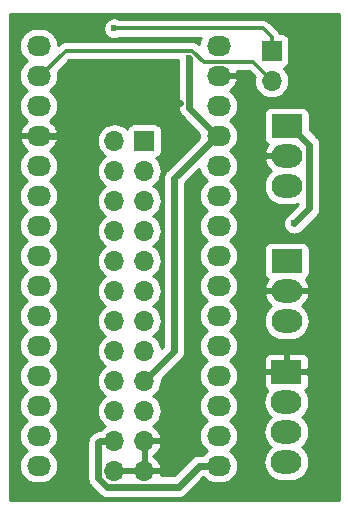
<source format=gbr>
G04 #@! TF.GenerationSoftware,KiCad,Pcbnew,(5.1.4-0-10_14)*
G04 #@! TF.CreationDate,2019-11-14T12:21:28+01:00*
G04 #@! TF.ProjectId,NANO IO,4e414e4f-2049-44f2-9e6b-696361645f70,-*
G04 #@! TF.SameCoordinates,Original*
G04 #@! TF.FileFunction,Copper,L2,Bot*
G04 #@! TF.FilePolarity,Positive*
%FSLAX46Y46*%
G04 Gerber Fmt 4.6, Leading zero omitted, Abs format (unit mm)*
G04 Created by KiCad (PCBNEW (5.1.4-0-10_14)) date 2019-11-14 12:21:28*
%MOMM*%
%LPD*%
G04 APERTURE LIST*
%ADD10O,1.700000X1.700000*%
%ADD11R,1.700000X1.700000*%
%ADD12R,2.600000X2.000000*%
%ADD13O,2.600000X2.000000*%
%ADD14O,2.032000X1.727200*%
%ADD15C,0.600000*%
%ADD16C,0.304800*%
%ADD17C,0.609600*%
%ADD18C,0.254000*%
G04 APERTURE END LIST*
D10*
X149860000Y-75565000D03*
D11*
X149860000Y-73025000D03*
D12*
X151104600Y-100203000D03*
D13*
X151104600Y-102743000D03*
X151104600Y-105283000D03*
X151104600Y-107823000D03*
D14*
X130124200Y-72593200D03*
X130124200Y-75133200D03*
X130124200Y-77673200D03*
X130124200Y-80213200D03*
X130124200Y-82753200D03*
X130124200Y-85293200D03*
X130124200Y-87833200D03*
X130124200Y-90373200D03*
X130124200Y-92913200D03*
X130124200Y-95453200D03*
X130124200Y-97993200D03*
X130124200Y-100533200D03*
X130124200Y-103073200D03*
X130124200Y-105613200D03*
X130124200Y-108153200D03*
X145364200Y-72593200D03*
X145364200Y-75133200D03*
X145364200Y-77673200D03*
X145364200Y-80213200D03*
X145364200Y-82753200D03*
X145364200Y-85293200D03*
X145364200Y-87833200D03*
X145364200Y-90373200D03*
X145364200Y-92913200D03*
X145364200Y-95453200D03*
X145364200Y-97993200D03*
X145364200Y-100533200D03*
X145364200Y-103073200D03*
X145364200Y-105613200D03*
X145364200Y-108153200D03*
D12*
X151130000Y-90805000D03*
D13*
X151130000Y-93345000D03*
X151130000Y-95885000D03*
D12*
X151130000Y-79375000D03*
D13*
X151130000Y-81915000D03*
X151130000Y-84455000D03*
D11*
X139065000Y-80645000D03*
D10*
X136525000Y-80645000D03*
X139065000Y-83185000D03*
X136525000Y-83185000D03*
X139065000Y-85725000D03*
X136525000Y-85725000D03*
X139065000Y-88265000D03*
X136525000Y-88265000D03*
X139065000Y-90805000D03*
X136525000Y-90805000D03*
X139065000Y-93345000D03*
X136525000Y-93345000D03*
X139065000Y-95885000D03*
X136525000Y-95885000D03*
X139065000Y-98425000D03*
X136525000Y-98425000D03*
X139065000Y-100965000D03*
X136525000Y-100965000D03*
X139065000Y-103505000D03*
X136525000Y-103505000D03*
X139065000Y-106045000D03*
X136525000Y-106045000D03*
X139065000Y-108585000D03*
X136525000Y-108585000D03*
D15*
X142062190Y-77470000D03*
X142875000Y-73660000D03*
X151765000Y-87630000D03*
X136525000Y-71120000D03*
D16*
X130276600Y-75133200D02*
X130124200Y-75133200D01*
X132410210Y-72999590D02*
X130276600Y-75133200D01*
X143148550Y-72999590D02*
X132410210Y-72999590D01*
X144088350Y-73939390D02*
X143148550Y-72999590D01*
X148234390Y-73939390D02*
X144088350Y-73939390D01*
X149860000Y-75565000D02*
X148234390Y-73939390D01*
D17*
X131749800Y-80213200D02*
X134493000Y-77470000D01*
X130124200Y-80213200D02*
X131749800Y-80213200D01*
X134493000Y-77470000D02*
X142062190Y-77470000D01*
X139065000Y-100965000D02*
X141605000Y-98425000D01*
X141605000Y-98425000D02*
X141605000Y-83820000D01*
X141605000Y-83820000D02*
X145211800Y-80213200D01*
X145211800Y-80213200D02*
X145364200Y-80213200D01*
X142875000Y-77876400D02*
X145211800Y-80213200D01*
X142875000Y-73660000D02*
X142875000Y-77876400D01*
X143738600Y-108153200D02*
X145364200Y-108153200D01*
X141974199Y-109917601D02*
X143738600Y-108153200D01*
X135885351Y-109917601D02*
X141974199Y-109917601D01*
X135192399Y-109224649D02*
X135885351Y-109917601D01*
X135192399Y-106175520D02*
X135192399Y-109224649D01*
X135322919Y-106045000D02*
X135192399Y-106175520D01*
X136525000Y-106045000D02*
X135322919Y-106045000D01*
X151430000Y-79375000D02*
X151130000Y-79375000D01*
X153039600Y-80984600D02*
X151430000Y-79375000D01*
X153039600Y-86355400D02*
X153039600Y-80984600D01*
X151765000Y-87630000D02*
X153039600Y-86355400D01*
D16*
X149860000Y-71870200D02*
X149860000Y-73025000D01*
X149109800Y-71120000D02*
X149860000Y-71870200D01*
X136525000Y-71120000D02*
X149109800Y-71120000D01*
D18*
G36*
X155525000Y-111075000D02*
G01*
X127685000Y-111075000D01*
X127685000Y-82753200D01*
X128465949Y-82753200D01*
X128494884Y-83046977D01*
X128580575Y-83329464D01*
X128719731Y-83589806D01*
X128907003Y-83817997D01*
X129135194Y-84005269D01*
X129168740Y-84023200D01*
X129135194Y-84041131D01*
X128907003Y-84228403D01*
X128719731Y-84456594D01*
X128580575Y-84716936D01*
X128494884Y-84999423D01*
X128465949Y-85293200D01*
X128494884Y-85586977D01*
X128580575Y-85869464D01*
X128719731Y-86129806D01*
X128907003Y-86357997D01*
X129135194Y-86545269D01*
X129168740Y-86563200D01*
X129135194Y-86581131D01*
X128907003Y-86768403D01*
X128719731Y-86996594D01*
X128580575Y-87256936D01*
X128494884Y-87539423D01*
X128465949Y-87833200D01*
X128494884Y-88126977D01*
X128580575Y-88409464D01*
X128719731Y-88669806D01*
X128907003Y-88897997D01*
X129135194Y-89085269D01*
X129168740Y-89103200D01*
X129135194Y-89121131D01*
X128907003Y-89308403D01*
X128719731Y-89536594D01*
X128580575Y-89796936D01*
X128494884Y-90079423D01*
X128465949Y-90373200D01*
X128494884Y-90666977D01*
X128580575Y-90949464D01*
X128719731Y-91209806D01*
X128907003Y-91437997D01*
X129135194Y-91625269D01*
X129168740Y-91643200D01*
X129135194Y-91661131D01*
X128907003Y-91848403D01*
X128719731Y-92076594D01*
X128580575Y-92336936D01*
X128494884Y-92619423D01*
X128465949Y-92913200D01*
X128494884Y-93206977D01*
X128580575Y-93489464D01*
X128719731Y-93749806D01*
X128907003Y-93977997D01*
X129135194Y-94165269D01*
X129168740Y-94183200D01*
X129135194Y-94201131D01*
X128907003Y-94388403D01*
X128719731Y-94616594D01*
X128580575Y-94876936D01*
X128494884Y-95159423D01*
X128465949Y-95453200D01*
X128494884Y-95746977D01*
X128580575Y-96029464D01*
X128719731Y-96289806D01*
X128907003Y-96517997D01*
X129135194Y-96705269D01*
X129168740Y-96723200D01*
X129135194Y-96741131D01*
X128907003Y-96928403D01*
X128719731Y-97156594D01*
X128580575Y-97416936D01*
X128494884Y-97699423D01*
X128465949Y-97993200D01*
X128494884Y-98286977D01*
X128580575Y-98569464D01*
X128719731Y-98829806D01*
X128907003Y-99057997D01*
X129135194Y-99245269D01*
X129168740Y-99263200D01*
X129135194Y-99281131D01*
X128907003Y-99468403D01*
X128719731Y-99696594D01*
X128580575Y-99956936D01*
X128494884Y-100239423D01*
X128465949Y-100533200D01*
X128494884Y-100826977D01*
X128580575Y-101109464D01*
X128719731Y-101369806D01*
X128907003Y-101597997D01*
X129135194Y-101785269D01*
X129168740Y-101803200D01*
X129135194Y-101821131D01*
X128907003Y-102008403D01*
X128719731Y-102236594D01*
X128580575Y-102496936D01*
X128494884Y-102779423D01*
X128465949Y-103073200D01*
X128494884Y-103366977D01*
X128580575Y-103649464D01*
X128719731Y-103909806D01*
X128907003Y-104137997D01*
X129135194Y-104325269D01*
X129168740Y-104343200D01*
X129135194Y-104361131D01*
X128907003Y-104548403D01*
X128719731Y-104776594D01*
X128580575Y-105036936D01*
X128494884Y-105319423D01*
X128465949Y-105613200D01*
X128494884Y-105906977D01*
X128580575Y-106189464D01*
X128719731Y-106449806D01*
X128907003Y-106677997D01*
X129135194Y-106865269D01*
X129168740Y-106883200D01*
X129135194Y-106901131D01*
X128907003Y-107088403D01*
X128719731Y-107316594D01*
X128580575Y-107576936D01*
X128494884Y-107859423D01*
X128465949Y-108153200D01*
X128494884Y-108446977D01*
X128580575Y-108729464D01*
X128719731Y-108989806D01*
X128907003Y-109217997D01*
X129135194Y-109405269D01*
X129395536Y-109544425D01*
X129678023Y-109630116D01*
X129898181Y-109651800D01*
X130350219Y-109651800D01*
X130570377Y-109630116D01*
X130852864Y-109544425D01*
X131113206Y-109405269D01*
X131341397Y-109217997D01*
X131528669Y-108989806D01*
X131667825Y-108729464D01*
X131753516Y-108446977D01*
X131782451Y-108153200D01*
X131753516Y-107859423D01*
X131667825Y-107576936D01*
X131528669Y-107316594D01*
X131341397Y-107088403D01*
X131113206Y-106901131D01*
X131079660Y-106883200D01*
X131113206Y-106865269D01*
X131341397Y-106677997D01*
X131528669Y-106449806D01*
X131667825Y-106189464D01*
X131753516Y-105906977D01*
X131782451Y-105613200D01*
X131753516Y-105319423D01*
X131667825Y-105036936D01*
X131528669Y-104776594D01*
X131341397Y-104548403D01*
X131113206Y-104361131D01*
X131079660Y-104343200D01*
X131113206Y-104325269D01*
X131341397Y-104137997D01*
X131528669Y-103909806D01*
X131667825Y-103649464D01*
X131753516Y-103366977D01*
X131782451Y-103073200D01*
X131753516Y-102779423D01*
X131667825Y-102496936D01*
X131528669Y-102236594D01*
X131341397Y-102008403D01*
X131113206Y-101821131D01*
X131079660Y-101803200D01*
X131113206Y-101785269D01*
X131341397Y-101597997D01*
X131528669Y-101369806D01*
X131667825Y-101109464D01*
X131753516Y-100826977D01*
X131782451Y-100533200D01*
X131753516Y-100239423D01*
X131667825Y-99956936D01*
X131528669Y-99696594D01*
X131341397Y-99468403D01*
X131113206Y-99281131D01*
X131079660Y-99263200D01*
X131113206Y-99245269D01*
X131341397Y-99057997D01*
X131528669Y-98829806D01*
X131667825Y-98569464D01*
X131753516Y-98286977D01*
X131782451Y-97993200D01*
X131753516Y-97699423D01*
X131667825Y-97416936D01*
X131528669Y-97156594D01*
X131341397Y-96928403D01*
X131113206Y-96741131D01*
X131079660Y-96723200D01*
X131113206Y-96705269D01*
X131341397Y-96517997D01*
X131528669Y-96289806D01*
X131667825Y-96029464D01*
X131753516Y-95746977D01*
X131782451Y-95453200D01*
X131753516Y-95159423D01*
X131667825Y-94876936D01*
X131528669Y-94616594D01*
X131341397Y-94388403D01*
X131113206Y-94201131D01*
X131079660Y-94183200D01*
X131113206Y-94165269D01*
X131341397Y-93977997D01*
X131528669Y-93749806D01*
X131667825Y-93489464D01*
X131753516Y-93206977D01*
X131782451Y-92913200D01*
X131753516Y-92619423D01*
X131667825Y-92336936D01*
X131528669Y-92076594D01*
X131341397Y-91848403D01*
X131113206Y-91661131D01*
X131079660Y-91643200D01*
X131113206Y-91625269D01*
X131341397Y-91437997D01*
X131528669Y-91209806D01*
X131667825Y-90949464D01*
X131753516Y-90666977D01*
X131782451Y-90373200D01*
X131753516Y-90079423D01*
X131667825Y-89796936D01*
X131528669Y-89536594D01*
X131341397Y-89308403D01*
X131113206Y-89121131D01*
X131079660Y-89103200D01*
X131113206Y-89085269D01*
X131341397Y-88897997D01*
X131528669Y-88669806D01*
X131667825Y-88409464D01*
X131753516Y-88126977D01*
X131782451Y-87833200D01*
X131753516Y-87539423D01*
X131667825Y-87256936D01*
X131528669Y-86996594D01*
X131341397Y-86768403D01*
X131113206Y-86581131D01*
X131079660Y-86563200D01*
X131113206Y-86545269D01*
X131341397Y-86357997D01*
X131528669Y-86129806D01*
X131667825Y-85869464D01*
X131753516Y-85586977D01*
X131782451Y-85293200D01*
X131753516Y-84999423D01*
X131667825Y-84716936D01*
X131528669Y-84456594D01*
X131341397Y-84228403D01*
X131113206Y-84041131D01*
X131079660Y-84023200D01*
X131113206Y-84005269D01*
X131341397Y-83817997D01*
X131528669Y-83589806D01*
X131667825Y-83329464D01*
X131753516Y-83046977D01*
X131782451Y-82753200D01*
X131753516Y-82459423D01*
X131667825Y-82176936D01*
X131528669Y-81916594D01*
X131341397Y-81688403D01*
X131113206Y-81501131D01*
X131073253Y-81479776D01*
X131275929Y-81331686D01*
X131474933Y-81115235D01*
X131627886Y-80864119D01*
X131728909Y-80587989D01*
X131731558Y-80572226D01*
X131610417Y-80340200D01*
X130251200Y-80340200D01*
X130251200Y-80360200D01*
X129997200Y-80360200D01*
X129997200Y-80340200D01*
X128637983Y-80340200D01*
X128516842Y-80572226D01*
X128519491Y-80587989D01*
X128620514Y-80864119D01*
X128773467Y-81115235D01*
X128972471Y-81331686D01*
X129175147Y-81479776D01*
X129135194Y-81501131D01*
X128907003Y-81688403D01*
X128719731Y-81916594D01*
X128580575Y-82176936D01*
X128494884Y-82459423D01*
X128465949Y-82753200D01*
X127685000Y-82753200D01*
X127685000Y-72593200D01*
X128465949Y-72593200D01*
X128494884Y-72886977D01*
X128580575Y-73169464D01*
X128719731Y-73429806D01*
X128907003Y-73657997D01*
X129135194Y-73845269D01*
X129168740Y-73863200D01*
X129135194Y-73881131D01*
X128907003Y-74068403D01*
X128719731Y-74296594D01*
X128580575Y-74556936D01*
X128494884Y-74839423D01*
X128465949Y-75133200D01*
X128494884Y-75426977D01*
X128580575Y-75709464D01*
X128719731Y-75969806D01*
X128907003Y-76197997D01*
X129135194Y-76385269D01*
X129168740Y-76403200D01*
X129135194Y-76421131D01*
X128907003Y-76608403D01*
X128719731Y-76836594D01*
X128580575Y-77096936D01*
X128494884Y-77379423D01*
X128465949Y-77673200D01*
X128494884Y-77966977D01*
X128580575Y-78249464D01*
X128719731Y-78509806D01*
X128907003Y-78737997D01*
X129135194Y-78925269D01*
X129175147Y-78946624D01*
X128972471Y-79094714D01*
X128773467Y-79311165D01*
X128620514Y-79562281D01*
X128519491Y-79838411D01*
X128516842Y-79854174D01*
X128637983Y-80086200D01*
X129997200Y-80086200D01*
X129997200Y-80066200D01*
X130251200Y-80066200D01*
X130251200Y-80086200D01*
X131610417Y-80086200D01*
X131731558Y-79854174D01*
X131728909Y-79838411D01*
X131627886Y-79562281D01*
X131474933Y-79311165D01*
X131275929Y-79094714D01*
X131073253Y-78946624D01*
X131113206Y-78925269D01*
X131341397Y-78737997D01*
X131528669Y-78509806D01*
X131667825Y-78249464D01*
X131753516Y-77966977D01*
X131782451Y-77673200D01*
X131753516Y-77379423D01*
X131667825Y-77096936D01*
X131528669Y-76836594D01*
X131341397Y-76608403D01*
X131113206Y-76421131D01*
X131079660Y-76403200D01*
X131113206Y-76385269D01*
X131341397Y-76197997D01*
X131528669Y-75969806D01*
X131667825Y-75709464D01*
X131753516Y-75426977D01*
X131782451Y-75133200D01*
X131753516Y-74839423D01*
X131737320Y-74786031D01*
X132736362Y-73786990D01*
X141935200Y-73786990D01*
X141935201Y-77830233D01*
X141930654Y-77876400D01*
X141948799Y-78060633D01*
X142002538Y-78237786D01*
X142089804Y-78401051D01*
X142117830Y-78435200D01*
X142207247Y-78544154D01*
X142243110Y-78573586D01*
X143721799Y-80052276D01*
X143705949Y-80213200D01*
X143721799Y-80374124D01*
X140973110Y-83122814D01*
X140937247Y-83152246D01*
X140907817Y-83188107D01*
X140819804Y-83295349D01*
X140732538Y-83458614D01*
X140678799Y-83635767D01*
X140660654Y-83820000D01*
X140665201Y-83866167D01*
X140665200Y-98035722D01*
X140531967Y-98168956D01*
X140528513Y-98133889D01*
X140443599Y-97853966D01*
X140305706Y-97595986D01*
X140120134Y-97369866D01*
X139894014Y-97184294D01*
X139839209Y-97155000D01*
X139894014Y-97125706D01*
X140120134Y-96940134D01*
X140305706Y-96714014D01*
X140443599Y-96456034D01*
X140528513Y-96176111D01*
X140557185Y-95885000D01*
X140528513Y-95593889D01*
X140443599Y-95313966D01*
X140305706Y-95055986D01*
X140120134Y-94829866D01*
X139894014Y-94644294D01*
X139839209Y-94615000D01*
X139894014Y-94585706D01*
X140120134Y-94400134D01*
X140305706Y-94174014D01*
X140443599Y-93916034D01*
X140528513Y-93636111D01*
X140557185Y-93345000D01*
X140528513Y-93053889D01*
X140443599Y-92773966D01*
X140305706Y-92515986D01*
X140120134Y-92289866D01*
X139894014Y-92104294D01*
X139839209Y-92075000D01*
X139894014Y-92045706D01*
X140120134Y-91860134D01*
X140305706Y-91634014D01*
X140443599Y-91376034D01*
X140528513Y-91096111D01*
X140557185Y-90805000D01*
X140528513Y-90513889D01*
X140443599Y-90233966D01*
X140305706Y-89975986D01*
X140120134Y-89749866D01*
X139894014Y-89564294D01*
X139839209Y-89535000D01*
X139894014Y-89505706D01*
X140120134Y-89320134D01*
X140305706Y-89094014D01*
X140443599Y-88836034D01*
X140528513Y-88556111D01*
X140557185Y-88265000D01*
X140528513Y-87973889D01*
X140443599Y-87693966D01*
X140305706Y-87435986D01*
X140120134Y-87209866D01*
X139894014Y-87024294D01*
X139839209Y-86995000D01*
X139894014Y-86965706D01*
X140120134Y-86780134D01*
X140305706Y-86554014D01*
X140443599Y-86296034D01*
X140528513Y-86016111D01*
X140557185Y-85725000D01*
X140528513Y-85433889D01*
X140443599Y-85153966D01*
X140305706Y-84895986D01*
X140120134Y-84669866D01*
X139894014Y-84484294D01*
X139839209Y-84455000D01*
X139894014Y-84425706D01*
X140120134Y-84240134D01*
X140305706Y-84014014D01*
X140443599Y-83756034D01*
X140528513Y-83476111D01*
X140557185Y-83185000D01*
X140528513Y-82893889D01*
X140443599Y-82613966D01*
X140305706Y-82355986D01*
X140120134Y-82129866D01*
X140090313Y-82105393D01*
X140159180Y-82084502D01*
X140269494Y-82025537D01*
X140366185Y-81946185D01*
X140445537Y-81849494D01*
X140504502Y-81739180D01*
X140540812Y-81619482D01*
X140553072Y-81495000D01*
X140553072Y-79795000D01*
X140540812Y-79670518D01*
X140504502Y-79550820D01*
X140445537Y-79440506D01*
X140366185Y-79343815D01*
X140269494Y-79264463D01*
X140159180Y-79205498D01*
X140039482Y-79169188D01*
X139915000Y-79156928D01*
X138215000Y-79156928D01*
X138090518Y-79169188D01*
X137970820Y-79205498D01*
X137860506Y-79264463D01*
X137763815Y-79343815D01*
X137684463Y-79440506D01*
X137625498Y-79550820D01*
X137604607Y-79619687D01*
X137580134Y-79589866D01*
X137354014Y-79404294D01*
X137096034Y-79266401D01*
X136816111Y-79181487D01*
X136597950Y-79160000D01*
X136452050Y-79160000D01*
X136233889Y-79181487D01*
X135953966Y-79266401D01*
X135695986Y-79404294D01*
X135469866Y-79589866D01*
X135284294Y-79815986D01*
X135146401Y-80073966D01*
X135061487Y-80353889D01*
X135032815Y-80645000D01*
X135061487Y-80936111D01*
X135146401Y-81216034D01*
X135284294Y-81474014D01*
X135469866Y-81700134D01*
X135695986Y-81885706D01*
X135750791Y-81915000D01*
X135695986Y-81944294D01*
X135469866Y-82129866D01*
X135284294Y-82355986D01*
X135146401Y-82613966D01*
X135061487Y-82893889D01*
X135032815Y-83185000D01*
X135061487Y-83476111D01*
X135146401Y-83756034D01*
X135284294Y-84014014D01*
X135469866Y-84240134D01*
X135695986Y-84425706D01*
X135750791Y-84455000D01*
X135695986Y-84484294D01*
X135469866Y-84669866D01*
X135284294Y-84895986D01*
X135146401Y-85153966D01*
X135061487Y-85433889D01*
X135032815Y-85725000D01*
X135061487Y-86016111D01*
X135146401Y-86296034D01*
X135284294Y-86554014D01*
X135469866Y-86780134D01*
X135695986Y-86965706D01*
X135750791Y-86995000D01*
X135695986Y-87024294D01*
X135469866Y-87209866D01*
X135284294Y-87435986D01*
X135146401Y-87693966D01*
X135061487Y-87973889D01*
X135032815Y-88265000D01*
X135061487Y-88556111D01*
X135146401Y-88836034D01*
X135284294Y-89094014D01*
X135469866Y-89320134D01*
X135695986Y-89505706D01*
X135750791Y-89535000D01*
X135695986Y-89564294D01*
X135469866Y-89749866D01*
X135284294Y-89975986D01*
X135146401Y-90233966D01*
X135061487Y-90513889D01*
X135032815Y-90805000D01*
X135061487Y-91096111D01*
X135146401Y-91376034D01*
X135284294Y-91634014D01*
X135469866Y-91860134D01*
X135695986Y-92045706D01*
X135750791Y-92075000D01*
X135695986Y-92104294D01*
X135469866Y-92289866D01*
X135284294Y-92515986D01*
X135146401Y-92773966D01*
X135061487Y-93053889D01*
X135032815Y-93345000D01*
X135061487Y-93636111D01*
X135146401Y-93916034D01*
X135284294Y-94174014D01*
X135469866Y-94400134D01*
X135695986Y-94585706D01*
X135750791Y-94615000D01*
X135695986Y-94644294D01*
X135469866Y-94829866D01*
X135284294Y-95055986D01*
X135146401Y-95313966D01*
X135061487Y-95593889D01*
X135032815Y-95885000D01*
X135061487Y-96176111D01*
X135146401Y-96456034D01*
X135284294Y-96714014D01*
X135469866Y-96940134D01*
X135695986Y-97125706D01*
X135750791Y-97155000D01*
X135695986Y-97184294D01*
X135469866Y-97369866D01*
X135284294Y-97595986D01*
X135146401Y-97853966D01*
X135061487Y-98133889D01*
X135032815Y-98425000D01*
X135061487Y-98716111D01*
X135146401Y-98996034D01*
X135284294Y-99254014D01*
X135469866Y-99480134D01*
X135695986Y-99665706D01*
X135750791Y-99695000D01*
X135695986Y-99724294D01*
X135469866Y-99909866D01*
X135284294Y-100135986D01*
X135146401Y-100393966D01*
X135061487Y-100673889D01*
X135032815Y-100965000D01*
X135061487Y-101256111D01*
X135146401Y-101536034D01*
X135284294Y-101794014D01*
X135469866Y-102020134D01*
X135695986Y-102205706D01*
X135750791Y-102235000D01*
X135695986Y-102264294D01*
X135469866Y-102449866D01*
X135284294Y-102675986D01*
X135146401Y-102933966D01*
X135061487Y-103213889D01*
X135032815Y-103505000D01*
X135061487Y-103796111D01*
X135146401Y-104076034D01*
X135284294Y-104334014D01*
X135469866Y-104560134D01*
X135695986Y-104745706D01*
X135750791Y-104775000D01*
X135695986Y-104804294D01*
X135469866Y-104989866D01*
X135375214Y-105105200D01*
X135369075Y-105105200D01*
X135322918Y-105100654D01*
X135276761Y-105105200D01*
X135276752Y-105105200D01*
X135138686Y-105118798D01*
X134961533Y-105172537D01*
X134798268Y-105259804D01*
X134655165Y-105377246D01*
X134625731Y-105413111D01*
X134560512Y-105478330D01*
X134524645Y-105507766D01*
X134407203Y-105650869D01*
X134319936Y-105814135D01*
X134266197Y-105991288D01*
X134252599Y-106129354D01*
X134252599Y-106129363D01*
X134248053Y-106175520D01*
X134252599Y-106221678D01*
X134252600Y-109178482D01*
X134248053Y-109224649D01*
X134266198Y-109408882D01*
X134319937Y-109586035D01*
X134407203Y-109749300D01*
X134467358Y-109822597D01*
X134524646Y-109892403D01*
X134560509Y-109921835D01*
X135188168Y-110549496D01*
X135217597Y-110585355D01*
X135253455Y-110614783D01*
X135253456Y-110614784D01*
X135360699Y-110702797D01*
X135447966Y-110749442D01*
X135523965Y-110790064D01*
X135701118Y-110843803D01*
X135839184Y-110857401D01*
X135839193Y-110857401D01*
X135885350Y-110861947D01*
X135931507Y-110857401D01*
X141928042Y-110857401D01*
X141974199Y-110861947D01*
X142020356Y-110857401D01*
X142020366Y-110857401D01*
X142158432Y-110843803D01*
X142335585Y-110790064D01*
X142498850Y-110702797D01*
X142641953Y-110585355D01*
X142671390Y-110549486D01*
X144082039Y-109138838D01*
X144147003Y-109217997D01*
X144375194Y-109405269D01*
X144635536Y-109544425D01*
X144918023Y-109630116D01*
X145138181Y-109651800D01*
X145590219Y-109651800D01*
X145810377Y-109630116D01*
X146092864Y-109544425D01*
X146353206Y-109405269D01*
X146581397Y-109217997D01*
X146768669Y-108989806D01*
X146907825Y-108729464D01*
X146993516Y-108446977D01*
X147022451Y-108153200D01*
X146993516Y-107859423D01*
X146907825Y-107576936D01*
X146768669Y-107316594D01*
X146581397Y-107088403D01*
X146353206Y-106901131D01*
X146319660Y-106883200D01*
X146353206Y-106865269D01*
X146581397Y-106677997D01*
X146768669Y-106449806D01*
X146907825Y-106189464D01*
X146993516Y-105906977D01*
X147022451Y-105613200D01*
X146993516Y-105319423D01*
X146907825Y-105036936D01*
X146768669Y-104776594D01*
X146581397Y-104548403D01*
X146353206Y-104361131D01*
X146319660Y-104343200D01*
X146353206Y-104325269D01*
X146581397Y-104137997D01*
X146768669Y-103909806D01*
X146907825Y-103649464D01*
X146993516Y-103366977D01*
X147022451Y-103073200D01*
X146993516Y-102779423D01*
X146982468Y-102743000D01*
X149161689Y-102743000D01*
X149193257Y-103063516D01*
X149286748Y-103371715D01*
X149438569Y-103655752D01*
X149642886Y-103904714D01*
X149774833Y-104013000D01*
X149642886Y-104121286D01*
X149438569Y-104370248D01*
X149286748Y-104654285D01*
X149193257Y-104962484D01*
X149161689Y-105283000D01*
X149193257Y-105603516D01*
X149286748Y-105911715D01*
X149438569Y-106195752D01*
X149642886Y-106444714D01*
X149774833Y-106553000D01*
X149642886Y-106661286D01*
X149438569Y-106910248D01*
X149286748Y-107194285D01*
X149193257Y-107502484D01*
X149161689Y-107823000D01*
X149193257Y-108143516D01*
X149286748Y-108451715D01*
X149438569Y-108735752D01*
X149642886Y-108984714D01*
X149891848Y-109189031D01*
X150175885Y-109340852D01*
X150484084Y-109434343D01*
X150724278Y-109458000D01*
X151484922Y-109458000D01*
X151725116Y-109434343D01*
X152033315Y-109340852D01*
X152317352Y-109189031D01*
X152566314Y-108984714D01*
X152770631Y-108735752D01*
X152922452Y-108451715D01*
X153015943Y-108143516D01*
X153047511Y-107823000D01*
X153015943Y-107502484D01*
X152922452Y-107194285D01*
X152770631Y-106910248D01*
X152566314Y-106661286D01*
X152434367Y-106553000D01*
X152566314Y-106444714D01*
X152770631Y-106195752D01*
X152922452Y-105911715D01*
X153015943Y-105603516D01*
X153047511Y-105283000D01*
X153015943Y-104962484D01*
X152922452Y-104654285D01*
X152770631Y-104370248D01*
X152566314Y-104121286D01*
X152434367Y-104013000D01*
X152566314Y-103904714D01*
X152770631Y-103655752D01*
X152922452Y-103371715D01*
X153015943Y-103063516D01*
X153047511Y-102743000D01*
X153015943Y-102422484D01*
X152922452Y-102114285D01*
X152770631Y-101830248D01*
X152711945Y-101758739D01*
X152759094Y-101733537D01*
X152855785Y-101654185D01*
X152935137Y-101557494D01*
X152994102Y-101447180D01*
X153030412Y-101327482D01*
X153042672Y-101203000D01*
X153039600Y-100488750D01*
X152880850Y-100330000D01*
X151231600Y-100330000D01*
X151231600Y-100350000D01*
X150977600Y-100350000D01*
X150977600Y-100330000D01*
X149328350Y-100330000D01*
X149169600Y-100488750D01*
X149166528Y-101203000D01*
X149178788Y-101327482D01*
X149215098Y-101447180D01*
X149274063Y-101557494D01*
X149353415Y-101654185D01*
X149450106Y-101733537D01*
X149497255Y-101758739D01*
X149438569Y-101830248D01*
X149286748Y-102114285D01*
X149193257Y-102422484D01*
X149161689Y-102743000D01*
X146982468Y-102743000D01*
X146907825Y-102496936D01*
X146768669Y-102236594D01*
X146581397Y-102008403D01*
X146353206Y-101821131D01*
X146319660Y-101803200D01*
X146353206Y-101785269D01*
X146581397Y-101597997D01*
X146768669Y-101369806D01*
X146907825Y-101109464D01*
X146993516Y-100826977D01*
X147022451Y-100533200D01*
X146993516Y-100239423D01*
X146907825Y-99956936D01*
X146768669Y-99696594D01*
X146581397Y-99468403D01*
X146353206Y-99281131D01*
X146319660Y-99263200D01*
X146353206Y-99245269D01*
X146404710Y-99203000D01*
X149166528Y-99203000D01*
X149169600Y-99917250D01*
X149328350Y-100076000D01*
X150977600Y-100076000D01*
X150977600Y-98726750D01*
X151231600Y-98726750D01*
X151231600Y-100076000D01*
X152880850Y-100076000D01*
X153039600Y-99917250D01*
X153042672Y-99203000D01*
X153030412Y-99078518D01*
X152994102Y-98958820D01*
X152935137Y-98848506D01*
X152855785Y-98751815D01*
X152759094Y-98672463D01*
X152648780Y-98613498D01*
X152529082Y-98577188D01*
X152404600Y-98564928D01*
X151390350Y-98568000D01*
X151231600Y-98726750D01*
X150977600Y-98726750D01*
X150818850Y-98568000D01*
X149804600Y-98564928D01*
X149680118Y-98577188D01*
X149560420Y-98613498D01*
X149450106Y-98672463D01*
X149353415Y-98751815D01*
X149274063Y-98848506D01*
X149215098Y-98958820D01*
X149178788Y-99078518D01*
X149166528Y-99203000D01*
X146404710Y-99203000D01*
X146581397Y-99057997D01*
X146768669Y-98829806D01*
X146907825Y-98569464D01*
X146993516Y-98286977D01*
X147022451Y-97993200D01*
X146993516Y-97699423D01*
X146907825Y-97416936D01*
X146768669Y-97156594D01*
X146581397Y-96928403D01*
X146353206Y-96741131D01*
X146319660Y-96723200D01*
X146353206Y-96705269D01*
X146581397Y-96517997D01*
X146768669Y-96289806D01*
X146907825Y-96029464D01*
X146951647Y-95885000D01*
X149187089Y-95885000D01*
X149218657Y-96205516D01*
X149312148Y-96513715D01*
X149463969Y-96797752D01*
X149668286Y-97046714D01*
X149917248Y-97251031D01*
X150201285Y-97402852D01*
X150509484Y-97496343D01*
X150749678Y-97520000D01*
X151510322Y-97520000D01*
X151750516Y-97496343D01*
X152058715Y-97402852D01*
X152342752Y-97251031D01*
X152591714Y-97046714D01*
X152796031Y-96797752D01*
X152947852Y-96513715D01*
X153041343Y-96205516D01*
X153072911Y-95885000D01*
X153041343Y-95564484D01*
X152947852Y-95256285D01*
X152796031Y-94972248D01*
X152591714Y-94723286D01*
X152461858Y-94616716D01*
X152675922Y-94411317D01*
X152860010Y-94147761D01*
X152989144Y-93853355D01*
X153020124Y-93725434D01*
X152900777Y-93472000D01*
X151257000Y-93472000D01*
X151257000Y-93492000D01*
X151003000Y-93492000D01*
X151003000Y-93472000D01*
X149359223Y-93472000D01*
X149239876Y-93725434D01*
X149270856Y-93853355D01*
X149399990Y-94147761D01*
X149584078Y-94411317D01*
X149798142Y-94616716D01*
X149668286Y-94723286D01*
X149463969Y-94972248D01*
X149312148Y-95256285D01*
X149218657Y-95564484D01*
X149187089Y-95885000D01*
X146951647Y-95885000D01*
X146993516Y-95746977D01*
X147022451Y-95453200D01*
X146993516Y-95159423D01*
X146907825Y-94876936D01*
X146768669Y-94616594D01*
X146581397Y-94388403D01*
X146353206Y-94201131D01*
X146319660Y-94183200D01*
X146353206Y-94165269D01*
X146581397Y-93977997D01*
X146768669Y-93749806D01*
X146907825Y-93489464D01*
X146993516Y-93206977D01*
X147022451Y-92913200D01*
X146993516Y-92619423D01*
X146907825Y-92336936D01*
X146768669Y-92076594D01*
X146581397Y-91848403D01*
X146353206Y-91661131D01*
X146319660Y-91643200D01*
X146353206Y-91625269D01*
X146581397Y-91437997D01*
X146768669Y-91209806D01*
X146907825Y-90949464D01*
X146993516Y-90666977D01*
X147022451Y-90373200D01*
X146993516Y-90079423D01*
X146910272Y-89805000D01*
X149191928Y-89805000D01*
X149191928Y-91805000D01*
X149204188Y-91929482D01*
X149240498Y-92049180D01*
X149299463Y-92159494D01*
X149378815Y-92256185D01*
X149475506Y-92335537D01*
X149525647Y-92362338D01*
X149399990Y-92542239D01*
X149270856Y-92836645D01*
X149239876Y-92964566D01*
X149359223Y-93218000D01*
X151003000Y-93218000D01*
X151003000Y-93198000D01*
X151257000Y-93198000D01*
X151257000Y-93218000D01*
X152900777Y-93218000D01*
X153020124Y-92964566D01*
X152989144Y-92836645D01*
X152860010Y-92542239D01*
X152734353Y-92362338D01*
X152784494Y-92335537D01*
X152881185Y-92256185D01*
X152960537Y-92159494D01*
X153019502Y-92049180D01*
X153055812Y-91929482D01*
X153068072Y-91805000D01*
X153068072Y-89805000D01*
X153055812Y-89680518D01*
X153019502Y-89560820D01*
X152960537Y-89450506D01*
X152881185Y-89353815D01*
X152784494Y-89274463D01*
X152674180Y-89215498D01*
X152554482Y-89179188D01*
X152430000Y-89166928D01*
X149830000Y-89166928D01*
X149705518Y-89179188D01*
X149585820Y-89215498D01*
X149475506Y-89274463D01*
X149378815Y-89353815D01*
X149299463Y-89450506D01*
X149240498Y-89560820D01*
X149204188Y-89680518D01*
X149191928Y-89805000D01*
X146910272Y-89805000D01*
X146907825Y-89796936D01*
X146768669Y-89536594D01*
X146581397Y-89308403D01*
X146353206Y-89121131D01*
X146319660Y-89103200D01*
X146353206Y-89085269D01*
X146581397Y-88897997D01*
X146768669Y-88669806D01*
X146907825Y-88409464D01*
X146993516Y-88126977D01*
X147022451Y-87833200D01*
X146993516Y-87539423D01*
X146907825Y-87256936D01*
X146768669Y-86996594D01*
X146581397Y-86768403D01*
X146353206Y-86581131D01*
X146319660Y-86563200D01*
X146353206Y-86545269D01*
X146581397Y-86357997D01*
X146768669Y-86129806D01*
X146907825Y-85869464D01*
X146993516Y-85586977D01*
X147022451Y-85293200D01*
X146993516Y-84999423D01*
X146907825Y-84716936D01*
X146768669Y-84456594D01*
X146767361Y-84455000D01*
X149187089Y-84455000D01*
X149218657Y-84775516D01*
X149312148Y-85083715D01*
X149463969Y-85367752D01*
X149668286Y-85616714D01*
X149917248Y-85821031D01*
X150201285Y-85972852D01*
X150509484Y-86066343D01*
X150749678Y-86090000D01*
X151510322Y-86090000D01*
X151750516Y-86066343D01*
X152058715Y-85972852D01*
X152099800Y-85950892D01*
X152099800Y-85966122D01*
X151067817Y-86998107D01*
X150979804Y-87105349D01*
X150892538Y-87268614D01*
X150838799Y-87445767D01*
X150820654Y-87630000D01*
X150838799Y-87814233D01*
X150892538Y-87991386D01*
X150979804Y-88154651D01*
X151097246Y-88297754D01*
X151240349Y-88415196D01*
X151403614Y-88502462D01*
X151580767Y-88556201D01*
X151765000Y-88574346D01*
X151949233Y-88556201D01*
X152126386Y-88502462D01*
X152289651Y-88415196D01*
X152396893Y-88327183D01*
X153671495Y-87052582D01*
X153707354Y-87023154D01*
X153819585Y-86886401D01*
X153824796Y-86880052D01*
X153912063Y-86716786D01*
X153918672Y-86695000D01*
X153965802Y-86539633D01*
X153979400Y-86401567D01*
X153979400Y-86401565D01*
X153983947Y-86355400D01*
X153979400Y-86309235D01*
X153979400Y-81030756D01*
X153983946Y-80984599D01*
X153979400Y-80938442D01*
X153979400Y-80938433D01*
X153965802Y-80800367D01*
X153912063Y-80623214D01*
X153845927Y-80499482D01*
X153824796Y-80459948D01*
X153736783Y-80352705D01*
X153736782Y-80352704D01*
X153707354Y-80316846D01*
X153671496Y-80287418D01*
X153068072Y-79683995D01*
X153068072Y-78375000D01*
X153055812Y-78250518D01*
X153019502Y-78130820D01*
X152960537Y-78020506D01*
X152881185Y-77923815D01*
X152784494Y-77844463D01*
X152674180Y-77785498D01*
X152554482Y-77749188D01*
X152430000Y-77736928D01*
X149830000Y-77736928D01*
X149705518Y-77749188D01*
X149585820Y-77785498D01*
X149475506Y-77844463D01*
X149378815Y-77923815D01*
X149299463Y-78020506D01*
X149240498Y-78130820D01*
X149204188Y-78250518D01*
X149191928Y-78375000D01*
X149191928Y-80375000D01*
X149204188Y-80499482D01*
X149240498Y-80619180D01*
X149299463Y-80729494D01*
X149378815Y-80826185D01*
X149475506Y-80905537D01*
X149525647Y-80932338D01*
X149399990Y-81112239D01*
X149270856Y-81406645D01*
X149239876Y-81534566D01*
X149359223Y-81788000D01*
X151003000Y-81788000D01*
X151003000Y-81768000D01*
X151257000Y-81768000D01*
X151257000Y-81788000D01*
X151277000Y-81788000D01*
X151277000Y-82042000D01*
X151257000Y-82042000D01*
X151257000Y-82062000D01*
X151003000Y-82062000D01*
X151003000Y-82042000D01*
X149359223Y-82042000D01*
X149239876Y-82295434D01*
X149270856Y-82423355D01*
X149399990Y-82717761D01*
X149584078Y-82981317D01*
X149798142Y-83186716D01*
X149668286Y-83293286D01*
X149463969Y-83542248D01*
X149312148Y-83826285D01*
X149218657Y-84134484D01*
X149187089Y-84455000D01*
X146767361Y-84455000D01*
X146581397Y-84228403D01*
X146353206Y-84041131D01*
X146319660Y-84023200D01*
X146353206Y-84005269D01*
X146581397Y-83817997D01*
X146768669Y-83589806D01*
X146907825Y-83329464D01*
X146993516Y-83046977D01*
X147022451Y-82753200D01*
X146993516Y-82459423D01*
X146907825Y-82176936D01*
X146768669Y-81916594D01*
X146581397Y-81688403D01*
X146353206Y-81501131D01*
X146319660Y-81483200D01*
X146353206Y-81465269D01*
X146581397Y-81277997D01*
X146768669Y-81049806D01*
X146907825Y-80789464D01*
X146993516Y-80506977D01*
X147022451Y-80213200D01*
X146993516Y-79919423D01*
X146907825Y-79636936D01*
X146768669Y-79376594D01*
X146581397Y-79148403D01*
X146353206Y-78961131D01*
X146319660Y-78943200D01*
X146353206Y-78925269D01*
X146581397Y-78737997D01*
X146768669Y-78509806D01*
X146907825Y-78249464D01*
X146993516Y-77966977D01*
X147022451Y-77673200D01*
X146993516Y-77379423D01*
X146907825Y-77096936D01*
X146768669Y-76836594D01*
X146581397Y-76608403D01*
X146353206Y-76421131D01*
X146313253Y-76399776D01*
X146515929Y-76251686D01*
X146714933Y-76035235D01*
X146867886Y-75784119D01*
X146968909Y-75507989D01*
X146971558Y-75492226D01*
X146850417Y-75260200D01*
X145491200Y-75260200D01*
X145491200Y-75280200D01*
X145237200Y-75280200D01*
X145237200Y-75260200D01*
X145217200Y-75260200D01*
X145217200Y-75006200D01*
X145237200Y-75006200D01*
X145237200Y-74986200D01*
X145491200Y-74986200D01*
X145491200Y-75006200D01*
X146850417Y-75006200D01*
X146971558Y-74774174D01*
X146968909Y-74758411D01*
X146957340Y-74726790D01*
X147908240Y-74726790D01*
X148410184Y-75228735D01*
X148396487Y-75273889D01*
X148367815Y-75565000D01*
X148396487Y-75856111D01*
X148481401Y-76136034D01*
X148619294Y-76394014D01*
X148804866Y-76620134D01*
X149030986Y-76805706D01*
X149288966Y-76943599D01*
X149568889Y-77028513D01*
X149787050Y-77050000D01*
X149932950Y-77050000D01*
X150151111Y-77028513D01*
X150431034Y-76943599D01*
X150689014Y-76805706D01*
X150915134Y-76620134D01*
X151100706Y-76394014D01*
X151238599Y-76136034D01*
X151323513Y-75856111D01*
X151352185Y-75565000D01*
X151323513Y-75273889D01*
X151238599Y-74993966D01*
X151100706Y-74735986D01*
X150915134Y-74509866D01*
X150885313Y-74485393D01*
X150954180Y-74464502D01*
X151064494Y-74405537D01*
X151161185Y-74326185D01*
X151240537Y-74229494D01*
X151299502Y-74119180D01*
X151335812Y-73999482D01*
X151348072Y-73875000D01*
X151348072Y-72175000D01*
X151335812Y-72050518D01*
X151299502Y-71930820D01*
X151240537Y-71820506D01*
X151161185Y-71723815D01*
X151064494Y-71644463D01*
X150954180Y-71585498D01*
X150834482Y-71549188D01*
X150710000Y-71536928D01*
X150574685Y-71536928D01*
X150517866Y-71430628D01*
X150419469Y-71310731D01*
X150389429Y-71286078D01*
X149693927Y-70590577D01*
X149669269Y-70560531D01*
X149549372Y-70462134D01*
X149412583Y-70389018D01*
X149264157Y-70343994D01*
X149148473Y-70332600D01*
X149148463Y-70332600D01*
X149109800Y-70328792D01*
X149071137Y-70332600D01*
X137029528Y-70332600D01*
X136967889Y-70291414D01*
X136797729Y-70220932D01*
X136617089Y-70185000D01*
X136432911Y-70185000D01*
X136252271Y-70220932D01*
X136082111Y-70291414D01*
X135928972Y-70393738D01*
X135798738Y-70523972D01*
X135696414Y-70677111D01*
X135625932Y-70847271D01*
X135590000Y-71027911D01*
X135590000Y-71212089D01*
X135625932Y-71392729D01*
X135696414Y-71562889D01*
X135798738Y-71716028D01*
X135928972Y-71846262D01*
X136082111Y-71948586D01*
X136252271Y-72019068D01*
X136432911Y-72055000D01*
X136617089Y-72055000D01*
X136797729Y-72019068D01*
X136967889Y-71948586D01*
X137029528Y-71907400D01*
X143879123Y-71907400D01*
X143820575Y-72016936D01*
X143734884Y-72299423D01*
X143719632Y-72454272D01*
X143708019Y-72440121D01*
X143588122Y-72341724D01*
X143451333Y-72268608D01*
X143302907Y-72223584D01*
X143187223Y-72212190D01*
X143187213Y-72212190D01*
X143148550Y-72208382D01*
X143109887Y-72212190D01*
X132448872Y-72212190D01*
X132410209Y-72208382D01*
X132371546Y-72212190D01*
X132371537Y-72212190D01*
X132255853Y-72223584D01*
X132107427Y-72268608D01*
X131970638Y-72341724D01*
X131970636Y-72341725D01*
X131970637Y-72341725D01*
X131880779Y-72415469D01*
X131880777Y-72415471D01*
X131850741Y-72440121D01*
X131826091Y-72470157D01*
X131775332Y-72520917D01*
X131753516Y-72299423D01*
X131667825Y-72016936D01*
X131528669Y-71756594D01*
X131341397Y-71528403D01*
X131113206Y-71341131D01*
X130852864Y-71201975D01*
X130570377Y-71116284D01*
X130350219Y-71094600D01*
X129898181Y-71094600D01*
X129678023Y-71116284D01*
X129395536Y-71201975D01*
X129135194Y-71341131D01*
X128907003Y-71528403D01*
X128719731Y-71756594D01*
X128580575Y-72016936D01*
X128494884Y-72299423D01*
X128465949Y-72593200D01*
X127685000Y-72593200D01*
X127685000Y-69900000D01*
X155525001Y-69900000D01*
X155525000Y-111075000D01*
X155525000Y-111075000D01*
G37*
X155525000Y-111075000D02*
X127685000Y-111075000D01*
X127685000Y-82753200D01*
X128465949Y-82753200D01*
X128494884Y-83046977D01*
X128580575Y-83329464D01*
X128719731Y-83589806D01*
X128907003Y-83817997D01*
X129135194Y-84005269D01*
X129168740Y-84023200D01*
X129135194Y-84041131D01*
X128907003Y-84228403D01*
X128719731Y-84456594D01*
X128580575Y-84716936D01*
X128494884Y-84999423D01*
X128465949Y-85293200D01*
X128494884Y-85586977D01*
X128580575Y-85869464D01*
X128719731Y-86129806D01*
X128907003Y-86357997D01*
X129135194Y-86545269D01*
X129168740Y-86563200D01*
X129135194Y-86581131D01*
X128907003Y-86768403D01*
X128719731Y-86996594D01*
X128580575Y-87256936D01*
X128494884Y-87539423D01*
X128465949Y-87833200D01*
X128494884Y-88126977D01*
X128580575Y-88409464D01*
X128719731Y-88669806D01*
X128907003Y-88897997D01*
X129135194Y-89085269D01*
X129168740Y-89103200D01*
X129135194Y-89121131D01*
X128907003Y-89308403D01*
X128719731Y-89536594D01*
X128580575Y-89796936D01*
X128494884Y-90079423D01*
X128465949Y-90373200D01*
X128494884Y-90666977D01*
X128580575Y-90949464D01*
X128719731Y-91209806D01*
X128907003Y-91437997D01*
X129135194Y-91625269D01*
X129168740Y-91643200D01*
X129135194Y-91661131D01*
X128907003Y-91848403D01*
X128719731Y-92076594D01*
X128580575Y-92336936D01*
X128494884Y-92619423D01*
X128465949Y-92913200D01*
X128494884Y-93206977D01*
X128580575Y-93489464D01*
X128719731Y-93749806D01*
X128907003Y-93977997D01*
X129135194Y-94165269D01*
X129168740Y-94183200D01*
X129135194Y-94201131D01*
X128907003Y-94388403D01*
X128719731Y-94616594D01*
X128580575Y-94876936D01*
X128494884Y-95159423D01*
X128465949Y-95453200D01*
X128494884Y-95746977D01*
X128580575Y-96029464D01*
X128719731Y-96289806D01*
X128907003Y-96517997D01*
X129135194Y-96705269D01*
X129168740Y-96723200D01*
X129135194Y-96741131D01*
X128907003Y-96928403D01*
X128719731Y-97156594D01*
X128580575Y-97416936D01*
X128494884Y-97699423D01*
X128465949Y-97993200D01*
X128494884Y-98286977D01*
X128580575Y-98569464D01*
X128719731Y-98829806D01*
X128907003Y-99057997D01*
X129135194Y-99245269D01*
X129168740Y-99263200D01*
X129135194Y-99281131D01*
X128907003Y-99468403D01*
X128719731Y-99696594D01*
X128580575Y-99956936D01*
X128494884Y-100239423D01*
X128465949Y-100533200D01*
X128494884Y-100826977D01*
X128580575Y-101109464D01*
X128719731Y-101369806D01*
X128907003Y-101597997D01*
X129135194Y-101785269D01*
X129168740Y-101803200D01*
X129135194Y-101821131D01*
X128907003Y-102008403D01*
X128719731Y-102236594D01*
X128580575Y-102496936D01*
X128494884Y-102779423D01*
X128465949Y-103073200D01*
X128494884Y-103366977D01*
X128580575Y-103649464D01*
X128719731Y-103909806D01*
X128907003Y-104137997D01*
X129135194Y-104325269D01*
X129168740Y-104343200D01*
X129135194Y-104361131D01*
X128907003Y-104548403D01*
X128719731Y-104776594D01*
X128580575Y-105036936D01*
X128494884Y-105319423D01*
X128465949Y-105613200D01*
X128494884Y-105906977D01*
X128580575Y-106189464D01*
X128719731Y-106449806D01*
X128907003Y-106677997D01*
X129135194Y-106865269D01*
X129168740Y-106883200D01*
X129135194Y-106901131D01*
X128907003Y-107088403D01*
X128719731Y-107316594D01*
X128580575Y-107576936D01*
X128494884Y-107859423D01*
X128465949Y-108153200D01*
X128494884Y-108446977D01*
X128580575Y-108729464D01*
X128719731Y-108989806D01*
X128907003Y-109217997D01*
X129135194Y-109405269D01*
X129395536Y-109544425D01*
X129678023Y-109630116D01*
X129898181Y-109651800D01*
X130350219Y-109651800D01*
X130570377Y-109630116D01*
X130852864Y-109544425D01*
X131113206Y-109405269D01*
X131341397Y-109217997D01*
X131528669Y-108989806D01*
X131667825Y-108729464D01*
X131753516Y-108446977D01*
X131782451Y-108153200D01*
X131753516Y-107859423D01*
X131667825Y-107576936D01*
X131528669Y-107316594D01*
X131341397Y-107088403D01*
X131113206Y-106901131D01*
X131079660Y-106883200D01*
X131113206Y-106865269D01*
X131341397Y-106677997D01*
X131528669Y-106449806D01*
X131667825Y-106189464D01*
X131753516Y-105906977D01*
X131782451Y-105613200D01*
X131753516Y-105319423D01*
X131667825Y-105036936D01*
X131528669Y-104776594D01*
X131341397Y-104548403D01*
X131113206Y-104361131D01*
X131079660Y-104343200D01*
X131113206Y-104325269D01*
X131341397Y-104137997D01*
X131528669Y-103909806D01*
X131667825Y-103649464D01*
X131753516Y-103366977D01*
X131782451Y-103073200D01*
X131753516Y-102779423D01*
X131667825Y-102496936D01*
X131528669Y-102236594D01*
X131341397Y-102008403D01*
X131113206Y-101821131D01*
X131079660Y-101803200D01*
X131113206Y-101785269D01*
X131341397Y-101597997D01*
X131528669Y-101369806D01*
X131667825Y-101109464D01*
X131753516Y-100826977D01*
X131782451Y-100533200D01*
X131753516Y-100239423D01*
X131667825Y-99956936D01*
X131528669Y-99696594D01*
X131341397Y-99468403D01*
X131113206Y-99281131D01*
X131079660Y-99263200D01*
X131113206Y-99245269D01*
X131341397Y-99057997D01*
X131528669Y-98829806D01*
X131667825Y-98569464D01*
X131753516Y-98286977D01*
X131782451Y-97993200D01*
X131753516Y-97699423D01*
X131667825Y-97416936D01*
X131528669Y-97156594D01*
X131341397Y-96928403D01*
X131113206Y-96741131D01*
X131079660Y-96723200D01*
X131113206Y-96705269D01*
X131341397Y-96517997D01*
X131528669Y-96289806D01*
X131667825Y-96029464D01*
X131753516Y-95746977D01*
X131782451Y-95453200D01*
X131753516Y-95159423D01*
X131667825Y-94876936D01*
X131528669Y-94616594D01*
X131341397Y-94388403D01*
X131113206Y-94201131D01*
X131079660Y-94183200D01*
X131113206Y-94165269D01*
X131341397Y-93977997D01*
X131528669Y-93749806D01*
X131667825Y-93489464D01*
X131753516Y-93206977D01*
X131782451Y-92913200D01*
X131753516Y-92619423D01*
X131667825Y-92336936D01*
X131528669Y-92076594D01*
X131341397Y-91848403D01*
X131113206Y-91661131D01*
X131079660Y-91643200D01*
X131113206Y-91625269D01*
X131341397Y-91437997D01*
X131528669Y-91209806D01*
X131667825Y-90949464D01*
X131753516Y-90666977D01*
X131782451Y-90373200D01*
X131753516Y-90079423D01*
X131667825Y-89796936D01*
X131528669Y-89536594D01*
X131341397Y-89308403D01*
X131113206Y-89121131D01*
X131079660Y-89103200D01*
X131113206Y-89085269D01*
X131341397Y-88897997D01*
X131528669Y-88669806D01*
X131667825Y-88409464D01*
X131753516Y-88126977D01*
X131782451Y-87833200D01*
X131753516Y-87539423D01*
X131667825Y-87256936D01*
X131528669Y-86996594D01*
X131341397Y-86768403D01*
X131113206Y-86581131D01*
X131079660Y-86563200D01*
X131113206Y-86545269D01*
X131341397Y-86357997D01*
X131528669Y-86129806D01*
X131667825Y-85869464D01*
X131753516Y-85586977D01*
X131782451Y-85293200D01*
X131753516Y-84999423D01*
X131667825Y-84716936D01*
X131528669Y-84456594D01*
X131341397Y-84228403D01*
X131113206Y-84041131D01*
X131079660Y-84023200D01*
X131113206Y-84005269D01*
X131341397Y-83817997D01*
X131528669Y-83589806D01*
X131667825Y-83329464D01*
X131753516Y-83046977D01*
X131782451Y-82753200D01*
X131753516Y-82459423D01*
X131667825Y-82176936D01*
X131528669Y-81916594D01*
X131341397Y-81688403D01*
X131113206Y-81501131D01*
X131073253Y-81479776D01*
X131275929Y-81331686D01*
X131474933Y-81115235D01*
X131627886Y-80864119D01*
X131728909Y-80587989D01*
X131731558Y-80572226D01*
X131610417Y-80340200D01*
X130251200Y-80340200D01*
X130251200Y-80360200D01*
X129997200Y-80360200D01*
X129997200Y-80340200D01*
X128637983Y-80340200D01*
X128516842Y-80572226D01*
X128519491Y-80587989D01*
X128620514Y-80864119D01*
X128773467Y-81115235D01*
X128972471Y-81331686D01*
X129175147Y-81479776D01*
X129135194Y-81501131D01*
X128907003Y-81688403D01*
X128719731Y-81916594D01*
X128580575Y-82176936D01*
X128494884Y-82459423D01*
X128465949Y-82753200D01*
X127685000Y-82753200D01*
X127685000Y-72593200D01*
X128465949Y-72593200D01*
X128494884Y-72886977D01*
X128580575Y-73169464D01*
X128719731Y-73429806D01*
X128907003Y-73657997D01*
X129135194Y-73845269D01*
X129168740Y-73863200D01*
X129135194Y-73881131D01*
X128907003Y-74068403D01*
X128719731Y-74296594D01*
X128580575Y-74556936D01*
X128494884Y-74839423D01*
X128465949Y-75133200D01*
X128494884Y-75426977D01*
X128580575Y-75709464D01*
X128719731Y-75969806D01*
X128907003Y-76197997D01*
X129135194Y-76385269D01*
X129168740Y-76403200D01*
X129135194Y-76421131D01*
X128907003Y-76608403D01*
X128719731Y-76836594D01*
X128580575Y-77096936D01*
X128494884Y-77379423D01*
X128465949Y-77673200D01*
X128494884Y-77966977D01*
X128580575Y-78249464D01*
X128719731Y-78509806D01*
X128907003Y-78737997D01*
X129135194Y-78925269D01*
X129175147Y-78946624D01*
X128972471Y-79094714D01*
X128773467Y-79311165D01*
X128620514Y-79562281D01*
X128519491Y-79838411D01*
X128516842Y-79854174D01*
X128637983Y-80086200D01*
X129997200Y-80086200D01*
X129997200Y-80066200D01*
X130251200Y-80066200D01*
X130251200Y-80086200D01*
X131610417Y-80086200D01*
X131731558Y-79854174D01*
X131728909Y-79838411D01*
X131627886Y-79562281D01*
X131474933Y-79311165D01*
X131275929Y-79094714D01*
X131073253Y-78946624D01*
X131113206Y-78925269D01*
X131341397Y-78737997D01*
X131528669Y-78509806D01*
X131667825Y-78249464D01*
X131753516Y-77966977D01*
X131782451Y-77673200D01*
X131753516Y-77379423D01*
X131667825Y-77096936D01*
X131528669Y-76836594D01*
X131341397Y-76608403D01*
X131113206Y-76421131D01*
X131079660Y-76403200D01*
X131113206Y-76385269D01*
X131341397Y-76197997D01*
X131528669Y-75969806D01*
X131667825Y-75709464D01*
X131753516Y-75426977D01*
X131782451Y-75133200D01*
X131753516Y-74839423D01*
X131737320Y-74786031D01*
X132736362Y-73786990D01*
X141935200Y-73786990D01*
X141935201Y-77830233D01*
X141930654Y-77876400D01*
X141948799Y-78060633D01*
X142002538Y-78237786D01*
X142089804Y-78401051D01*
X142117830Y-78435200D01*
X142207247Y-78544154D01*
X142243110Y-78573586D01*
X143721799Y-80052276D01*
X143705949Y-80213200D01*
X143721799Y-80374124D01*
X140973110Y-83122814D01*
X140937247Y-83152246D01*
X140907817Y-83188107D01*
X140819804Y-83295349D01*
X140732538Y-83458614D01*
X140678799Y-83635767D01*
X140660654Y-83820000D01*
X140665201Y-83866167D01*
X140665200Y-98035722D01*
X140531967Y-98168956D01*
X140528513Y-98133889D01*
X140443599Y-97853966D01*
X140305706Y-97595986D01*
X140120134Y-97369866D01*
X139894014Y-97184294D01*
X139839209Y-97155000D01*
X139894014Y-97125706D01*
X140120134Y-96940134D01*
X140305706Y-96714014D01*
X140443599Y-96456034D01*
X140528513Y-96176111D01*
X140557185Y-95885000D01*
X140528513Y-95593889D01*
X140443599Y-95313966D01*
X140305706Y-95055986D01*
X140120134Y-94829866D01*
X139894014Y-94644294D01*
X139839209Y-94615000D01*
X139894014Y-94585706D01*
X140120134Y-94400134D01*
X140305706Y-94174014D01*
X140443599Y-93916034D01*
X140528513Y-93636111D01*
X140557185Y-93345000D01*
X140528513Y-93053889D01*
X140443599Y-92773966D01*
X140305706Y-92515986D01*
X140120134Y-92289866D01*
X139894014Y-92104294D01*
X139839209Y-92075000D01*
X139894014Y-92045706D01*
X140120134Y-91860134D01*
X140305706Y-91634014D01*
X140443599Y-91376034D01*
X140528513Y-91096111D01*
X140557185Y-90805000D01*
X140528513Y-90513889D01*
X140443599Y-90233966D01*
X140305706Y-89975986D01*
X140120134Y-89749866D01*
X139894014Y-89564294D01*
X139839209Y-89535000D01*
X139894014Y-89505706D01*
X140120134Y-89320134D01*
X140305706Y-89094014D01*
X140443599Y-88836034D01*
X140528513Y-88556111D01*
X140557185Y-88265000D01*
X140528513Y-87973889D01*
X140443599Y-87693966D01*
X140305706Y-87435986D01*
X140120134Y-87209866D01*
X139894014Y-87024294D01*
X139839209Y-86995000D01*
X139894014Y-86965706D01*
X140120134Y-86780134D01*
X140305706Y-86554014D01*
X140443599Y-86296034D01*
X140528513Y-86016111D01*
X140557185Y-85725000D01*
X140528513Y-85433889D01*
X140443599Y-85153966D01*
X140305706Y-84895986D01*
X140120134Y-84669866D01*
X139894014Y-84484294D01*
X139839209Y-84455000D01*
X139894014Y-84425706D01*
X140120134Y-84240134D01*
X140305706Y-84014014D01*
X140443599Y-83756034D01*
X140528513Y-83476111D01*
X140557185Y-83185000D01*
X140528513Y-82893889D01*
X140443599Y-82613966D01*
X140305706Y-82355986D01*
X140120134Y-82129866D01*
X140090313Y-82105393D01*
X140159180Y-82084502D01*
X140269494Y-82025537D01*
X140366185Y-81946185D01*
X140445537Y-81849494D01*
X140504502Y-81739180D01*
X140540812Y-81619482D01*
X140553072Y-81495000D01*
X140553072Y-79795000D01*
X140540812Y-79670518D01*
X140504502Y-79550820D01*
X140445537Y-79440506D01*
X140366185Y-79343815D01*
X140269494Y-79264463D01*
X140159180Y-79205498D01*
X140039482Y-79169188D01*
X139915000Y-79156928D01*
X138215000Y-79156928D01*
X138090518Y-79169188D01*
X137970820Y-79205498D01*
X137860506Y-79264463D01*
X137763815Y-79343815D01*
X137684463Y-79440506D01*
X137625498Y-79550820D01*
X137604607Y-79619687D01*
X137580134Y-79589866D01*
X137354014Y-79404294D01*
X137096034Y-79266401D01*
X136816111Y-79181487D01*
X136597950Y-79160000D01*
X136452050Y-79160000D01*
X136233889Y-79181487D01*
X135953966Y-79266401D01*
X135695986Y-79404294D01*
X135469866Y-79589866D01*
X135284294Y-79815986D01*
X135146401Y-80073966D01*
X135061487Y-80353889D01*
X135032815Y-80645000D01*
X135061487Y-80936111D01*
X135146401Y-81216034D01*
X135284294Y-81474014D01*
X135469866Y-81700134D01*
X135695986Y-81885706D01*
X135750791Y-81915000D01*
X135695986Y-81944294D01*
X135469866Y-82129866D01*
X135284294Y-82355986D01*
X135146401Y-82613966D01*
X135061487Y-82893889D01*
X135032815Y-83185000D01*
X135061487Y-83476111D01*
X135146401Y-83756034D01*
X135284294Y-84014014D01*
X135469866Y-84240134D01*
X135695986Y-84425706D01*
X135750791Y-84455000D01*
X135695986Y-84484294D01*
X135469866Y-84669866D01*
X135284294Y-84895986D01*
X135146401Y-85153966D01*
X135061487Y-85433889D01*
X135032815Y-85725000D01*
X135061487Y-86016111D01*
X135146401Y-86296034D01*
X135284294Y-86554014D01*
X135469866Y-86780134D01*
X135695986Y-86965706D01*
X135750791Y-86995000D01*
X135695986Y-87024294D01*
X135469866Y-87209866D01*
X135284294Y-87435986D01*
X135146401Y-87693966D01*
X135061487Y-87973889D01*
X135032815Y-88265000D01*
X135061487Y-88556111D01*
X135146401Y-88836034D01*
X135284294Y-89094014D01*
X135469866Y-89320134D01*
X135695986Y-89505706D01*
X135750791Y-89535000D01*
X135695986Y-89564294D01*
X135469866Y-89749866D01*
X135284294Y-89975986D01*
X135146401Y-90233966D01*
X135061487Y-90513889D01*
X135032815Y-90805000D01*
X135061487Y-91096111D01*
X135146401Y-91376034D01*
X135284294Y-91634014D01*
X135469866Y-91860134D01*
X135695986Y-92045706D01*
X135750791Y-92075000D01*
X135695986Y-92104294D01*
X135469866Y-92289866D01*
X135284294Y-92515986D01*
X135146401Y-92773966D01*
X135061487Y-93053889D01*
X135032815Y-93345000D01*
X135061487Y-93636111D01*
X135146401Y-93916034D01*
X135284294Y-94174014D01*
X135469866Y-94400134D01*
X135695986Y-94585706D01*
X135750791Y-94615000D01*
X135695986Y-94644294D01*
X135469866Y-94829866D01*
X135284294Y-95055986D01*
X135146401Y-95313966D01*
X135061487Y-95593889D01*
X135032815Y-95885000D01*
X135061487Y-96176111D01*
X135146401Y-96456034D01*
X135284294Y-96714014D01*
X135469866Y-96940134D01*
X135695986Y-97125706D01*
X135750791Y-97155000D01*
X135695986Y-97184294D01*
X135469866Y-97369866D01*
X135284294Y-97595986D01*
X135146401Y-97853966D01*
X135061487Y-98133889D01*
X135032815Y-98425000D01*
X135061487Y-98716111D01*
X135146401Y-98996034D01*
X135284294Y-99254014D01*
X135469866Y-99480134D01*
X135695986Y-99665706D01*
X135750791Y-99695000D01*
X135695986Y-99724294D01*
X135469866Y-99909866D01*
X135284294Y-100135986D01*
X135146401Y-100393966D01*
X135061487Y-100673889D01*
X135032815Y-100965000D01*
X135061487Y-101256111D01*
X135146401Y-101536034D01*
X135284294Y-101794014D01*
X135469866Y-102020134D01*
X135695986Y-102205706D01*
X135750791Y-102235000D01*
X135695986Y-102264294D01*
X135469866Y-102449866D01*
X135284294Y-102675986D01*
X135146401Y-102933966D01*
X135061487Y-103213889D01*
X135032815Y-103505000D01*
X135061487Y-103796111D01*
X135146401Y-104076034D01*
X135284294Y-104334014D01*
X135469866Y-104560134D01*
X135695986Y-104745706D01*
X135750791Y-104775000D01*
X135695986Y-104804294D01*
X135469866Y-104989866D01*
X135375214Y-105105200D01*
X135369075Y-105105200D01*
X135322918Y-105100654D01*
X135276761Y-105105200D01*
X135276752Y-105105200D01*
X135138686Y-105118798D01*
X134961533Y-105172537D01*
X134798268Y-105259804D01*
X134655165Y-105377246D01*
X134625731Y-105413111D01*
X134560512Y-105478330D01*
X134524645Y-105507766D01*
X134407203Y-105650869D01*
X134319936Y-105814135D01*
X134266197Y-105991288D01*
X134252599Y-106129354D01*
X134252599Y-106129363D01*
X134248053Y-106175520D01*
X134252599Y-106221678D01*
X134252600Y-109178482D01*
X134248053Y-109224649D01*
X134266198Y-109408882D01*
X134319937Y-109586035D01*
X134407203Y-109749300D01*
X134467358Y-109822597D01*
X134524646Y-109892403D01*
X134560509Y-109921835D01*
X135188168Y-110549496D01*
X135217597Y-110585355D01*
X135253455Y-110614783D01*
X135253456Y-110614784D01*
X135360699Y-110702797D01*
X135447966Y-110749442D01*
X135523965Y-110790064D01*
X135701118Y-110843803D01*
X135839184Y-110857401D01*
X135839193Y-110857401D01*
X135885350Y-110861947D01*
X135931507Y-110857401D01*
X141928042Y-110857401D01*
X141974199Y-110861947D01*
X142020356Y-110857401D01*
X142020366Y-110857401D01*
X142158432Y-110843803D01*
X142335585Y-110790064D01*
X142498850Y-110702797D01*
X142641953Y-110585355D01*
X142671390Y-110549486D01*
X144082039Y-109138838D01*
X144147003Y-109217997D01*
X144375194Y-109405269D01*
X144635536Y-109544425D01*
X144918023Y-109630116D01*
X145138181Y-109651800D01*
X145590219Y-109651800D01*
X145810377Y-109630116D01*
X146092864Y-109544425D01*
X146353206Y-109405269D01*
X146581397Y-109217997D01*
X146768669Y-108989806D01*
X146907825Y-108729464D01*
X146993516Y-108446977D01*
X147022451Y-108153200D01*
X146993516Y-107859423D01*
X146907825Y-107576936D01*
X146768669Y-107316594D01*
X146581397Y-107088403D01*
X146353206Y-106901131D01*
X146319660Y-106883200D01*
X146353206Y-106865269D01*
X146581397Y-106677997D01*
X146768669Y-106449806D01*
X146907825Y-106189464D01*
X146993516Y-105906977D01*
X147022451Y-105613200D01*
X146993516Y-105319423D01*
X146907825Y-105036936D01*
X146768669Y-104776594D01*
X146581397Y-104548403D01*
X146353206Y-104361131D01*
X146319660Y-104343200D01*
X146353206Y-104325269D01*
X146581397Y-104137997D01*
X146768669Y-103909806D01*
X146907825Y-103649464D01*
X146993516Y-103366977D01*
X147022451Y-103073200D01*
X146993516Y-102779423D01*
X146982468Y-102743000D01*
X149161689Y-102743000D01*
X149193257Y-103063516D01*
X149286748Y-103371715D01*
X149438569Y-103655752D01*
X149642886Y-103904714D01*
X149774833Y-104013000D01*
X149642886Y-104121286D01*
X149438569Y-104370248D01*
X149286748Y-104654285D01*
X149193257Y-104962484D01*
X149161689Y-105283000D01*
X149193257Y-105603516D01*
X149286748Y-105911715D01*
X149438569Y-106195752D01*
X149642886Y-106444714D01*
X149774833Y-106553000D01*
X149642886Y-106661286D01*
X149438569Y-106910248D01*
X149286748Y-107194285D01*
X149193257Y-107502484D01*
X149161689Y-107823000D01*
X149193257Y-108143516D01*
X149286748Y-108451715D01*
X149438569Y-108735752D01*
X149642886Y-108984714D01*
X149891848Y-109189031D01*
X150175885Y-109340852D01*
X150484084Y-109434343D01*
X150724278Y-109458000D01*
X151484922Y-109458000D01*
X151725116Y-109434343D01*
X152033315Y-109340852D01*
X152317352Y-109189031D01*
X152566314Y-108984714D01*
X152770631Y-108735752D01*
X152922452Y-108451715D01*
X153015943Y-108143516D01*
X153047511Y-107823000D01*
X153015943Y-107502484D01*
X152922452Y-107194285D01*
X152770631Y-106910248D01*
X152566314Y-106661286D01*
X152434367Y-106553000D01*
X152566314Y-106444714D01*
X152770631Y-106195752D01*
X152922452Y-105911715D01*
X153015943Y-105603516D01*
X153047511Y-105283000D01*
X153015943Y-104962484D01*
X152922452Y-104654285D01*
X152770631Y-104370248D01*
X152566314Y-104121286D01*
X152434367Y-104013000D01*
X152566314Y-103904714D01*
X152770631Y-103655752D01*
X152922452Y-103371715D01*
X153015943Y-103063516D01*
X153047511Y-102743000D01*
X153015943Y-102422484D01*
X152922452Y-102114285D01*
X152770631Y-101830248D01*
X152711945Y-101758739D01*
X152759094Y-101733537D01*
X152855785Y-101654185D01*
X152935137Y-101557494D01*
X152994102Y-101447180D01*
X153030412Y-101327482D01*
X153042672Y-101203000D01*
X153039600Y-100488750D01*
X152880850Y-100330000D01*
X151231600Y-100330000D01*
X151231600Y-100350000D01*
X150977600Y-100350000D01*
X150977600Y-100330000D01*
X149328350Y-100330000D01*
X149169600Y-100488750D01*
X149166528Y-101203000D01*
X149178788Y-101327482D01*
X149215098Y-101447180D01*
X149274063Y-101557494D01*
X149353415Y-101654185D01*
X149450106Y-101733537D01*
X149497255Y-101758739D01*
X149438569Y-101830248D01*
X149286748Y-102114285D01*
X149193257Y-102422484D01*
X149161689Y-102743000D01*
X146982468Y-102743000D01*
X146907825Y-102496936D01*
X146768669Y-102236594D01*
X146581397Y-102008403D01*
X146353206Y-101821131D01*
X146319660Y-101803200D01*
X146353206Y-101785269D01*
X146581397Y-101597997D01*
X146768669Y-101369806D01*
X146907825Y-101109464D01*
X146993516Y-100826977D01*
X147022451Y-100533200D01*
X146993516Y-100239423D01*
X146907825Y-99956936D01*
X146768669Y-99696594D01*
X146581397Y-99468403D01*
X146353206Y-99281131D01*
X146319660Y-99263200D01*
X146353206Y-99245269D01*
X146404710Y-99203000D01*
X149166528Y-99203000D01*
X149169600Y-99917250D01*
X149328350Y-100076000D01*
X150977600Y-100076000D01*
X150977600Y-98726750D01*
X151231600Y-98726750D01*
X151231600Y-100076000D01*
X152880850Y-100076000D01*
X153039600Y-99917250D01*
X153042672Y-99203000D01*
X153030412Y-99078518D01*
X152994102Y-98958820D01*
X152935137Y-98848506D01*
X152855785Y-98751815D01*
X152759094Y-98672463D01*
X152648780Y-98613498D01*
X152529082Y-98577188D01*
X152404600Y-98564928D01*
X151390350Y-98568000D01*
X151231600Y-98726750D01*
X150977600Y-98726750D01*
X150818850Y-98568000D01*
X149804600Y-98564928D01*
X149680118Y-98577188D01*
X149560420Y-98613498D01*
X149450106Y-98672463D01*
X149353415Y-98751815D01*
X149274063Y-98848506D01*
X149215098Y-98958820D01*
X149178788Y-99078518D01*
X149166528Y-99203000D01*
X146404710Y-99203000D01*
X146581397Y-99057997D01*
X146768669Y-98829806D01*
X146907825Y-98569464D01*
X146993516Y-98286977D01*
X147022451Y-97993200D01*
X146993516Y-97699423D01*
X146907825Y-97416936D01*
X146768669Y-97156594D01*
X146581397Y-96928403D01*
X146353206Y-96741131D01*
X146319660Y-96723200D01*
X146353206Y-96705269D01*
X146581397Y-96517997D01*
X146768669Y-96289806D01*
X146907825Y-96029464D01*
X146951647Y-95885000D01*
X149187089Y-95885000D01*
X149218657Y-96205516D01*
X149312148Y-96513715D01*
X149463969Y-96797752D01*
X149668286Y-97046714D01*
X149917248Y-97251031D01*
X150201285Y-97402852D01*
X150509484Y-97496343D01*
X150749678Y-97520000D01*
X151510322Y-97520000D01*
X151750516Y-97496343D01*
X152058715Y-97402852D01*
X152342752Y-97251031D01*
X152591714Y-97046714D01*
X152796031Y-96797752D01*
X152947852Y-96513715D01*
X153041343Y-96205516D01*
X153072911Y-95885000D01*
X153041343Y-95564484D01*
X152947852Y-95256285D01*
X152796031Y-94972248D01*
X152591714Y-94723286D01*
X152461858Y-94616716D01*
X152675922Y-94411317D01*
X152860010Y-94147761D01*
X152989144Y-93853355D01*
X153020124Y-93725434D01*
X152900777Y-93472000D01*
X151257000Y-93472000D01*
X151257000Y-93492000D01*
X151003000Y-93492000D01*
X151003000Y-93472000D01*
X149359223Y-93472000D01*
X149239876Y-93725434D01*
X149270856Y-93853355D01*
X149399990Y-94147761D01*
X149584078Y-94411317D01*
X149798142Y-94616716D01*
X149668286Y-94723286D01*
X149463969Y-94972248D01*
X149312148Y-95256285D01*
X149218657Y-95564484D01*
X149187089Y-95885000D01*
X146951647Y-95885000D01*
X146993516Y-95746977D01*
X147022451Y-95453200D01*
X146993516Y-95159423D01*
X146907825Y-94876936D01*
X146768669Y-94616594D01*
X146581397Y-94388403D01*
X146353206Y-94201131D01*
X146319660Y-94183200D01*
X146353206Y-94165269D01*
X146581397Y-93977997D01*
X146768669Y-93749806D01*
X146907825Y-93489464D01*
X146993516Y-93206977D01*
X147022451Y-92913200D01*
X146993516Y-92619423D01*
X146907825Y-92336936D01*
X146768669Y-92076594D01*
X146581397Y-91848403D01*
X146353206Y-91661131D01*
X146319660Y-91643200D01*
X146353206Y-91625269D01*
X146581397Y-91437997D01*
X146768669Y-91209806D01*
X146907825Y-90949464D01*
X146993516Y-90666977D01*
X147022451Y-90373200D01*
X146993516Y-90079423D01*
X146910272Y-89805000D01*
X149191928Y-89805000D01*
X149191928Y-91805000D01*
X149204188Y-91929482D01*
X149240498Y-92049180D01*
X149299463Y-92159494D01*
X149378815Y-92256185D01*
X149475506Y-92335537D01*
X149525647Y-92362338D01*
X149399990Y-92542239D01*
X149270856Y-92836645D01*
X149239876Y-92964566D01*
X149359223Y-93218000D01*
X151003000Y-93218000D01*
X151003000Y-93198000D01*
X151257000Y-93198000D01*
X151257000Y-93218000D01*
X152900777Y-93218000D01*
X153020124Y-92964566D01*
X152989144Y-92836645D01*
X152860010Y-92542239D01*
X152734353Y-92362338D01*
X152784494Y-92335537D01*
X152881185Y-92256185D01*
X152960537Y-92159494D01*
X153019502Y-92049180D01*
X153055812Y-91929482D01*
X153068072Y-91805000D01*
X153068072Y-89805000D01*
X153055812Y-89680518D01*
X153019502Y-89560820D01*
X152960537Y-89450506D01*
X152881185Y-89353815D01*
X152784494Y-89274463D01*
X152674180Y-89215498D01*
X152554482Y-89179188D01*
X152430000Y-89166928D01*
X149830000Y-89166928D01*
X149705518Y-89179188D01*
X149585820Y-89215498D01*
X149475506Y-89274463D01*
X149378815Y-89353815D01*
X149299463Y-89450506D01*
X149240498Y-89560820D01*
X149204188Y-89680518D01*
X149191928Y-89805000D01*
X146910272Y-89805000D01*
X146907825Y-89796936D01*
X146768669Y-89536594D01*
X146581397Y-89308403D01*
X146353206Y-89121131D01*
X146319660Y-89103200D01*
X146353206Y-89085269D01*
X146581397Y-88897997D01*
X146768669Y-88669806D01*
X146907825Y-88409464D01*
X146993516Y-88126977D01*
X147022451Y-87833200D01*
X146993516Y-87539423D01*
X146907825Y-87256936D01*
X146768669Y-86996594D01*
X146581397Y-86768403D01*
X146353206Y-86581131D01*
X146319660Y-86563200D01*
X146353206Y-86545269D01*
X146581397Y-86357997D01*
X146768669Y-86129806D01*
X146907825Y-85869464D01*
X146993516Y-85586977D01*
X147022451Y-85293200D01*
X146993516Y-84999423D01*
X146907825Y-84716936D01*
X146768669Y-84456594D01*
X146767361Y-84455000D01*
X149187089Y-84455000D01*
X149218657Y-84775516D01*
X149312148Y-85083715D01*
X149463969Y-85367752D01*
X149668286Y-85616714D01*
X149917248Y-85821031D01*
X150201285Y-85972852D01*
X150509484Y-86066343D01*
X150749678Y-86090000D01*
X151510322Y-86090000D01*
X151750516Y-86066343D01*
X152058715Y-85972852D01*
X152099800Y-85950892D01*
X152099800Y-85966122D01*
X151067817Y-86998107D01*
X150979804Y-87105349D01*
X150892538Y-87268614D01*
X150838799Y-87445767D01*
X150820654Y-87630000D01*
X150838799Y-87814233D01*
X150892538Y-87991386D01*
X150979804Y-88154651D01*
X151097246Y-88297754D01*
X151240349Y-88415196D01*
X151403614Y-88502462D01*
X151580767Y-88556201D01*
X151765000Y-88574346D01*
X151949233Y-88556201D01*
X152126386Y-88502462D01*
X152289651Y-88415196D01*
X152396893Y-88327183D01*
X153671495Y-87052582D01*
X153707354Y-87023154D01*
X153819585Y-86886401D01*
X153824796Y-86880052D01*
X153912063Y-86716786D01*
X153918672Y-86695000D01*
X153965802Y-86539633D01*
X153979400Y-86401567D01*
X153979400Y-86401565D01*
X153983947Y-86355400D01*
X153979400Y-86309235D01*
X153979400Y-81030756D01*
X153983946Y-80984599D01*
X153979400Y-80938442D01*
X153979400Y-80938433D01*
X153965802Y-80800367D01*
X153912063Y-80623214D01*
X153845927Y-80499482D01*
X153824796Y-80459948D01*
X153736783Y-80352705D01*
X153736782Y-80352704D01*
X153707354Y-80316846D01*
X153671496Y-80287418D01*
X153068072Y-79683995D01*
X153068072Y-78375000D01*
X153055812Y-78250518D01*
X153019502Y-78130820D01*
X152960537Y-78020506D01*
X152881185Y-77923815D01*
X152784494Y-77844463D01*
X152674180Y-77785498D01*
X152554482Y-77749188D01*
X152430000Y-77736928D01*
X149830000Y-77736928D01*
X149705518Y-77749188D01*
X149585820Y-77785498D01*
X149475506Y-77844463D01*
X149378815Y-77923815D01*
X149299463Y-78020506D01*
X149240498Y-78130820D01*
X149204188Y-78250518D01*
X149191928Y-78375000D01*
X149191928Y-80375000D01*
X149204188Y-80499482D01*
X149240498Y-80619180D01*
X149299463Y-80729494D01*
X149378815Y-80826185D01*
X149475506Y-80905537D01*
X149525647Y-80932338D01*
X149399990Y-81112239D01*
X149270856Y-81406645D01*
X149239876Y-81534566D01*
X149359223Y-81788000D01*
X151003000Y-81788000D01*
X151003000Y-81768000D01*
X151257000Y-81768000D01*
X151257000Y-81788000D01*
X151277000Y-81788000D01*
X151277000Y-82042000D01*
X151257000Y-82042000D01*
X151257000Y-82062000D01*
X151003000Y-82062000D01*
X151003000Y-82042000D01*
X149359223Y-82042000D01*
X149239876Y-82295434D01*
X149270856Y-82423355D01*
X149399990Y-82717761D01*
X149584078Y-82981317D01*
X149798142Y-83186716D01*
X149668286Y-83293286D01*
X149463969Y-83542248D01*
X149312148Y-83826285D01*
X149218657Y-84134484D01*
X149187089Y-84455000D01*
X146767361Y-84455000D01*
X146581397Y-84228403D01*
X146353206Y-84041131D01*
X146319660Y-84023200D01*
X146353206Y-84005269D01*
X146581397Y-83817997D01*
X146768669Y-83589806D01*
X146907825Y-83329464D01*
X146993516Y-83046977D01*
X147022451Y-82753200D01*
X146993516Y-82459423D01*
X146907825Y-82176936D01*
X146768669Y-81916594D01*
X146581397Y-81688403D01*
X146353206Y-81501131D01*
X146319660Y-81483200D01*
X146353206Y-81465269D01*
X146581397Y-81277997D01*
X146768669Y-81049806D01*
X146907825Y-80789464D01*
X146993516Y-80506977D01*
X147022451Y-80213200D01*
X146993516Y-79919423D01*
X146907825Y-79636936D01*
X146768669Y-79376594D01*
X146581397Y-79148403D01*
X146353206Y-78961131D01*
X146319660Y-78943200D01*
X146353206Y-78925269D01*
X146581397Y-78737997D01*
X146768669Y-78509806D01*
X146907825Y-78249464D01*
X146993516Y-77966977D01*
X147022451Y-77673200D01*
X146993516Y-77379423D01*
X146907825Y-77096936D01*
X146768669Y-76836594D01*
X146581397Y-76608403D01*
X146353206Y-76421131D01*
X146313253Y-76399776D01*
X146515929Y-76251686D01*
X146714933Y-76035235D01*
X146867886Y-75784119D01*
X146968909Y-75507989D01*
X146971558Y-75492226D01*
X146850417Y-75260200D01*
X145491200Y-75260200D01*
X145491200Y-75280200D01*
X145237200Y-75280200D01*
X145237200Y-75260200D01*
X145217200Y-75260200D01*
X145217200Y-75006200D01*
X145237200Y-75006200D01*
X145237200Y-74986200D01*
X145491200Y-74986200D01*
X145491200Y-75006200D01*
X146850417Y-75006200D01*
X146971558Y-74774174D01*
X146968909Y-74758411D01*
X146957340Y-74726790D01*
X147908240Y-74726790D01*
X148410184Y-75228735D01*
X148396487Y-75273889D01*
X148367815Y-75565000D01*
X148396487Y-75856111D01*
X148481401Y-76136034D01*
X148619294Y-76394014D01*
X148804866Y-76620134D01*
X149030986Y-76805706D01*
X149288966Y-76943599D01*
X149568889Y-77028513D01*
X149787050Y-77050000D01*
X149932950Y-77050000D01*
X150151111Y-77028513D01*
X150431034Y-76943599D01*
X150689014Y-76805706D01*
X150915134Y-76620134D01*
X151100706Y-76394014D01*
X151238599Y-76136034D01*
X151323513Y-75856111D01*
X151352185Y-75565000D01*
X151323513Y-75273889D01*
X151238599Y-74993966D01*
X151100706Y-74735986D01*
X150915134Y-74509866D01*
X150885313Y-74485393D01*
X150954180Y-74464502D01*
X151064494Y-74405537D01*
X151161185Y-74326185D01*
X151240537Y-74229494D01*
X151299502Y-74119180D01*
X151335812Y-73999482D01*
X151348072Y-73875000D01*
X151348072Y-72175000D01*
X151335812Y-72050518D01*
X151299502Y-71930820D01*
X151240537Y-71820506D01*
X151161185Y-71723815D01*
X151064494Y-71644463D01*
X150954180Y-71585498D01*
X150834482Y-71549188D01*
X150710000Y-71536928D01*
X150574685Y-71536928D01*
X150517866Y-71430628D01*
X150419469Y-71310731D01*
X150389429Y-71286078D01*
X149693927Y-70590577D01*
X149669269Y-70560531D01*
X149549372Y-70462134D01*
X149412583Y-70389018D01*
X149264157Y-70343994D01*
X149148473Y-70332600D01*
X149148463Y-70332600D01*
X149109800Y-70328792D01*
X149071137Y-70332600D01*
X137029528Y-70332600D01*
X136967889Y-70291414D01*
X136797729Y-70220932D01*
X136617089Y-70185000D01*
X136432911Y-70185000D01*
X136252271Y-70220932D01*
X136082111Y-70291414D01*
X135928972Y-70393738D01*
X135798738Y-70523972D01*
X135696414Y-70677111D01*
X135625932Y-70847271D01*
X135590000Y-71027911D01*
X135590000Y-71212089D01*
X135625932Y-71392729D01*
X135696414Y-71562889D01*
X135798738Y-71716028D01*
X135928972Y-71846262D01*
X136082111Y-71948586D01*
X136252271Y-72019068D01*
X136432911Y-72055000D01*
X136617089Y-72055000D01*
X136797729Y-72019068D01*
X136967889Y-71948586D01*
X137029528Y-71907400D01*
X143879123Y-71907400D01*
X143820575Y-72016936D01*
X143734884Y-72299423D01*
X143719632Y-72454272D01*
X143708019Y-72440121D01*
X143588122Y-72341724D01*
X143451333Y-72268608D01*
X143302907Y-72223584D01*
X143187223Y-72212190D01*
X143187213Y-72212190D01*
X143148550Y-72208382D01*
X143109887Y-72212190D01*
X132448872Y-72212190D01*
X132410209Y-72208382D01*
X132371546Y-72212190D01*
X132371537Y-72212190D01*
X132255853Y-72223584D01*
X132107427Y-72268608D01*
X131970638Y-72341724D01*
X131970636Y-72341725D01*
X131970637Y-72341725D01*
X131880779Y-72415469D01*
X131880777Y-72415471D01*
X131850741Y-72440121D01*
X131826091Y-72470157D01*
X131775332Y-72520917D01*
X131753516Y-72299423D01*
X131667825Y-72016936D01*
X131528669Y-71756594D01*
X131341397Y-71528403D01*
X131113206Y-71341131D01*
X130852864Y-71201975D01*
X130570377Y-71116284D01*
X130350219Y-71094600D01*
X129898181Y-71094600D01*
X129678023Y-71116284D01*
X129395536Y-71201975D01*
X129135194Y-71341131D01*
X128907003Y-71528403D01*
X128719731Y-71756594D01*
X128580575Y-72016936D01*
X128494884Y-72299423D01*
X128465949Y-72593200D01*
X127685000Y-72593200D01*
X127685000Y-69900000D01*
X155525001Y-69900000D01*
X155525000Y-111075000D01*
G36*
X143734884Y-83046977D02*
G01*
X143820575Y-83329464D01*
X143959731Y-83589806D01*
X144147003Y-83817997D01*
X144375194Y-84005269D01*
X144408740Y-84023200D01*
X144375194Y-84041131D01*
X144147003Y-84228403D01*
X143959731Y-84456594D01*
X143820575Y-84716936D01*
X143734884Y-84999423D01*
X143705949Y-85293200D01*
X143734884Y-85586977D01*
X143820575Y-85869464D01*
X143959731Y-86129806D01*
X144147003Y-86357997D01*
X144375194Y-86545269D01*
X144408740Y-86563200D01*
X144375194Y-86581131D01*
X144147003Y-86768403D01*
X143959731Y-86996594D01*
X143820575Y-87256936D01*
X143734884Y-87539423D01*
X143705949Y-87833200D01*
X143734884Y-88126977D01*
X143820575Y-88409464D01*
X143959731Y-88669806D01*
X144147003Y-88897997D01*
X144375194Y-89085269D01*
X144408740Y-89103200D01*
X144375194Y-89121131D01*
X144147003Y-89308403D01*
X143959731Y-89536594D01*
X143820575Y-89796936D01*
X143734884Y-90079423D01*
X143705949Y-90373200D01*
X143734884Y-90666977D01*
X143820575Y-90949464D01*
X143959731Y-91209806D01*
X144147003Y-91437997D01*
X144375194Y-91625269D01*
X144408740Y-91643200D01*
X144375194Y-91661131D01*
X144147003Y-91848403D01*
X143959731Y-92076594D01*
X143820575Y-92336936D01*
X143734884Y-92619423D01*
X143705949Y-92913200D01*
X143734884Y-93206977D01*
X143820575Y-93489464D01*
X143959731Y-93749806D01*
X144147003Y-93977997D01*
X144375194Y-94165269D01*
X144408740Y-94183200D01*
X144375194Y-94201131D01*
X144147003Y-94388403D01*
X143959731Y-94616594D01*
X143820575Y-94876936D01*
X143734884Y-95159423D01*
X143705949Y-95453200D01*
X143734884Y-95746977D01*
X143820575Y-96029464D01*
X143959731Y-96289806D01*
X144147003Y-96517997D01*
X144375194Y-96705269D01*
X144408740Y-96723200D01*
X144375194Y-96741131D01*
X144147003Y-96928403D01*
X143959731Y-97156594D01*
X143820575Y-97416936D01*
X143734884Y-97699423D01*
X143705949Y-97993200D01*
X143734884Y-98286977D01*
X143820575Y-98569464D01*
X143959731Y-98829806D01*
X144147003Y-99057997D01*
X144375194Y-99245269D01*
X144408740Y-99263200D01*
X144375194Y-99281131D01*
X144147003Y-99468403D01*
X143959731Y-99696594D01*
X143820575Y-99956936D01*
X143734884Y-100239423D01*
X143705949Y-100533200D01*
X143734884Y-100826977D01*
X143820575Y-101109464D01*
X143959731Y-101369806D01*
X144147003Y-101597997D01*
X144375194Y-101785269D01*
X144408740Y-101803200D01*
X144375194Y-101821131D01*
X144147003Y-102008403D01*
X143959731Y-102236594D01*
X143820575Y-102496936D01*
X143734884Y-102779423D01*
X143705949Y-103073200D01*
X143734884Y-103366977D01*
X143820575Y-103649464D01*
X143959731Y-103909806D01*
X144147003Y-104137997D01*
X144375194Y-104325269D01*
X144408740Y-104343200D01*
X144375194Y-104361131D01*
X144147003Y-104548403D01*
X143959731Y-104776594D01*
X143820575Y-105036936D01*
X143734884Y-105319423D01*
X143705949Y-105613200D01*
X143734884Y-105906977D01*
X143820575Y-106189464D01*
X143959731Y-106449806D01*
X144147003Y-106677997D01*
X144375194Y-106865269D01*
X144408740Y-106883200D01*
X144375194Y-106901131D01*
X144147003Y-107088403D01*
X144044420Y-107213400D01*
X143784757Y-107213400D01*
X143738600Y-107208854D01*
X143692443Y-107213400D01*
X143692433Y-107213400D01*
X143554367Y-107226998D01*
X143377214Y-107280737D01*
X143213948Y-107368004D01*
X143106706Y-107456016D01*
X143070846Y-107485446D01*
X143041418Y-107521304D01*
X141584923Y-108977801D01*
X140495584Y-108977801D01*
X140506476Y-108941890D01*
X140385155Y-108712000D01*
X139192000Y-108712000D01*
X139192000Y-108732000D01*
X138938000Y-108732000D01*
X138938000Y-108712000D01*
X136652000Y-108712000D01*
X136652000Y-108732000D01*
X136398000Y-108732000D01*
X136398000Y-108712000D01*
X136378000Y-108712000D01*
X136378000Y-108458000D01*
X136398000Y-108458000D01*
X136398000Y-108438000D01*
X136652000Y-108438000D01*
X136652000Y-108458000D01*
X138938000Y-108458000D01*
X138938000Y-106172000D01*
X139192000Y-106172000D01*
X139192000Y-108458000D01*
X140385155Y-108458000D01*
X140506476Y-108228110D01*
X140461825Y-108080901D01*
X140336641Y-107818080D01*
X140162588Y-107584731D01*
X139946355Y-107389822D01*
X139820745Y-107315000D01*
X139946355Y-107240178D01*
X140162588Y-107045269D01*
X140336641Y-106811920D01*
X140461825Y-106549099D01*
X140506476Y-106401890D01*
X140385155Y-106172000D01*
X139192000Y-106172000D01*
X138938000Y-106172000D01*
X138918000Y-106172000D01*
X138918000Y-105918000D01*
X138938000Y-105918000D01*
X138938000Y-105898000D01*
X139192000Y-105898000D01*
X139192000Y-105918000D01*
X140385155Y-105918000D01*
X140506476Y-105688110D01*
X140461825Y-105540901D01*
X140336641Y-105278080D01*
X140162588Y-105044731D01*
X139946355Y-104849822D01*
X139829477Y-104780201D01*
X139894014Y-104745706D01*
X140120134Y-104560134D01*
X140305706Y-104334014D01*
X140443599Y-104076034D01*
X140528513Y-103796111D01*
X140557185Y-103505000D01*
X140528513Y-103213889D01*
X140443599Y-102933966D01*
X140305706Y-102675986D01*
X140120134Y-102449866D01*
X139894014Y-102264294D01*
X139839209Y-102235000D01*
X139894014Y-102205706D01*
X140120134Y-102020134D01*
X140305706Y-101794014D01*
X140443599Y-101536034D01*
X140528513Y-101256111D01*
X140557185Y-100965000D01*
X140542561Y-100816516D01*
X142236896Y-99122182D01*
X142272754Y-99092754D01*
X142390196Y-98949651D01*
X142477463Y-98786386D01*
X142531202Y-98609233D01*
X142544800Y-98471167D01*
X142544800Y-98471158D01*
X142549346Y-98425001D01*
X142544800Y-98378844D01*
X142544800Y-84209276D01*
X143732393Y-83021684D01*
X143734884Y-83046977D01*
X143734884Y-83046977D01*
G37*
X143734884Y-83046977D02*
X143820575Y-83329464D01*
X143959731Y-83589806D01*
X144147003Y-83817997D01*
X144375194Y-84005269D01*
X144408740Y-84023200D01*
X144375194Y-84041131D01*
X144147003Y-84228403D01*
X143959731Y-84456594D01*
X143820575Y-84716936D01*
X143734884Y-84999423D01*
X143705949Y-85293200D01*
X143734884Y-85586977D01*
X143820575Y-85869464D01*
X143959731Y-86129806D01*
X144147003Y-86357997D01*
X144375194Y-86545269D01*
X144408740Y-86563200D01*
X144375194Y-86581131D01*
X144147003Y-86768403D01*
X143959731Y-86996594D01*
X143820575Y-87256936D01*
X143734884Y-87539423D01*
X143705949Y-87833200D01*
X143734884Y-88126977D01*
X143820575Y-88409464D01*
X143959731Y-88669806D01*
X144147003Y-88897997D01*
X144375194Y-89085269D01*
X144408740Y-89103200D01*
X144375194Y-89121131D01*
X144147003Y-89308403D01*
X143959731Y-89536594D01*
X143820575Y-89796936D01*
X143734884Y-90079423D01*
X143705949Y-90373200D01*
X143734884Y-90666977D01*
X143820575Y-90949464D01*
X143959731Y-91209806D01*
X144147003Y-91437997D01*
X144375194Y-91625269D01*
X144408740Y-91643200D01*
X144375194Y-91661131D01*
X144147003Y-91848403D01*
X143959731Y-92076594D01*
X143820575Y-92336936D01*
X143734884Y-92619423D01*
X143705949Y-92913200D01*
X143734884Y-93206977D01*
X143820575Y-93489464D01*
X143959731Y-93749806D01*
X144147003Y-93977997D01*
X144375194Y-94165269D01*
X144408740Y-94183200D01*
X144375194Y-94201131D01*
X144147003Y-94388403D01*
X143959731Y-94616594D01*
X143820575Y-94876936D01*
X143734884Y-95159423D01*
X143705949Y-95453200D01*
X143734884Y-95746977D01*
X143820575Y-96029464D01*
X143959731Y-96289806D01*
X144147003Y-96517997D01*
X144375194Y-96705269D01*
X144408740Y-96723200D01*
X144375194Y-96741131D01*
X144147003Y-96928403D01*
X143959731Y-97156594D01*
X143820575Y-97416936D01*
X143734884Y-97699423D01*
X143705949Y-97993200D01*
X143734884Y-98286977D01*
X143820575Y-98569464D01*
X143959731Y-98829806D01*
X144147003Y-99057997D01*
X144375194Y-99245269D01*
X144408740Y-99263200D01*
X144375194Y-99281131D01*
X144147003Y-99468403D01*
X143959731Y-99696594D01*
X143820575Y-99956936D01*
X143734884Y-100239423D01*
X143705949Y-100533200D01*
X143734884Y-100826977D01*
X143820575Y-101109464D01*
X143959731Y-101369806D01*
X144147003Y-101597997D01*
X144375194Y-101785269D01*
X144408740Y-101803200D01*
X144375194Y-101821131D01*
X144147003Y-102008403D01*
X143959731Y-102236594D01*
X143820575Y-102496936D01*
X143734884Y-102779423D01*
X143705949Y-103073200D01*
X143734884Y-103366977D01*
X143820575Y-103649464D01*
X143959731Y-103909806D01*
X144147003Y-104137997D01*
X144375194Y-104325269D01*
X144408740Y-104343200D01*
X144375194Y-104361131D01*
X144147003Y-104548403D01*
X143959731Y-104776594D01*
X143820575Y-105036936D01*
X143734884Y-105319423D01*
X143705949Y-105613200D01*
X143734884Y-105906977D01*
X143820575Y-106189464D01*
X143959731Y-106449806D01*
X144147003Y-106677997D01*
X144375194Y-106865269D01*
X144408740Y-106883200D01*
X144375194Y-106901131D01*
X144147003Y-107088403D01*
X144044420Y-107213400D01*
X143784757Y-107213400D01*
X143738600Y-107208854D01*
X143692443Y-107213400D01*
X143692433Y-107213400D01*
X143554367Y-107226998D01*
X143377214Y-107280737D01*
X143213948Y-107368004D01*
X143106706Y-107456016D01*
X143070846Y-107485446D01*
X143041418Y-107521304D01*
X141584923Y-108977801D01*
X140495584Y-108977801D01*
X140506476Y-108941890D01*
X140385155Y-108712000D01*
X139192000Y-108712000D01*
X139192000Y-108732000D01*
X138938000Y-108732000D01*
X138938000Y-108712000D01*
X136652000Y-108712000D01*
X136652000Y-108732000D01*
X136398000Y-108732000D01*
X136398000Y-108712000D01*
X136378000Y-108712000D01*
X136378000Y-108458000D01*
X136398000Y-108458000D01*
X136398000Y-108438000D01*
X136652000Y-108438000D01*
X136652000Y-108458000D01*
X138938000Y-108458000D01*
X138938000Y-106172000D01*
X139192000Y-106172000D01*
X139192000Y-108458000D01*
X140385155Y-108458000D01*
X140506476Y-108228110D01*
X140461825Y-108080901D01*
X140336641Y-107818080D01*
X140162588Y-107584731D01*
X139946355Y-107389822D01*
X139820745Y-107315000D01*
X139946355Y-107240178D01*
X140162588Y-107045269D01*
X140336641Y-106811920D01*
X140461825Y-106549099D01*
X140506476Y-106401890D01*
X140385155Y-106172000D01*
X139192000Y-106172000D01*
X138938000Y-106172000D01*
X138918000Y-106172000D01*
X138918000Y-105918000D01*
X138938000Y-105918000D01*
X138938000Y-105898000D01*
X139192000Y-105898000D01*
X139192000Y-105918000D01*
X140385155Y-105918000D01*
X140506476Y-105688110D01*
X140461825Y-105540901D01*
X140336641Y-105278080D01*
X140162588Y-105044731D01*
X139946355Y-104849822D01*
X139829477Y-104780201D01*
X139894014Y-104745706D01*
X140120134Y-104560134D01*
X140305706Y-104334014D01*
X140443599Y-104076034D01*
X140528513Y-103796111D01*
X140557185Y-103505000D01*
X140528513Y-103213889D01*
X140443599Y-102933966D01*
X140305706Y-102675986D01*
X140120134Y-102449866D01*
X139894014Y-102264294D01*
X139839209Y-102235000D01*
X139894014Y-102205706D01*
X140120134Y-102020134D01*
X140305706Y-101794014D01*
X140443599Y-101536034D01*
X140528513Y-101256111D01*
X140557185Y-100965000D01*
X140542561Y-100816516D01*
X142236896Y-99122182D01*
X142272754Y-99092754D01*
X142390196Y-98949651D01*
X142477463Y-98786386D01*
X142531202Y-98609233D01*
X142544800Y-98471167D01*
X142544800Y-98471158D01*
X142549346Y-98425001D01*
X142544800Y-98378844D01*
X142544800Y-84209276D01*
X143732393Y-83021684D01*
X143734884Y-83046977D01*
M02*

</source>
